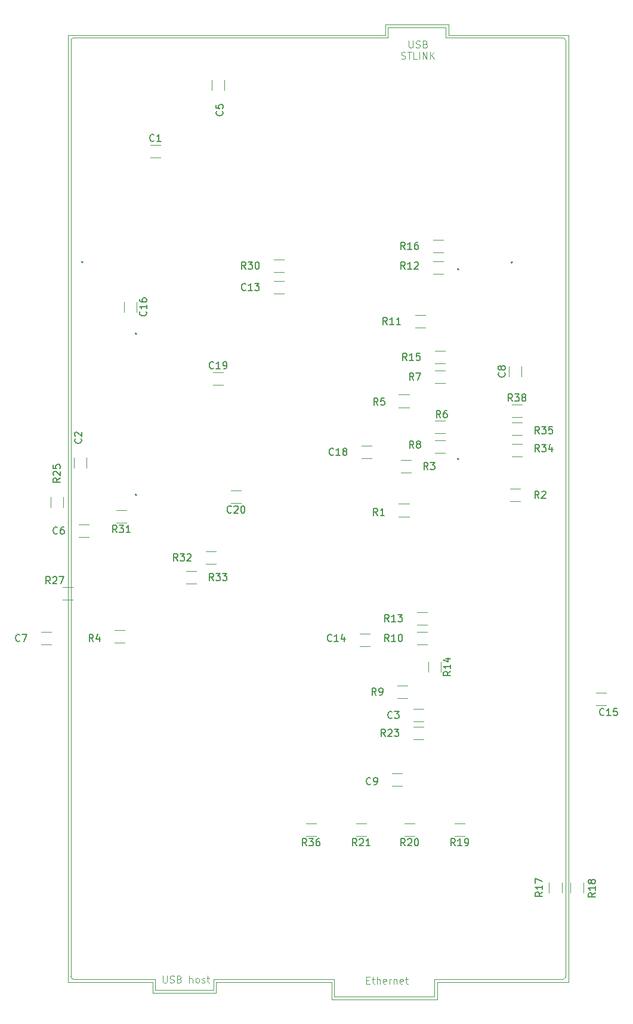
<source format=gbr>
%TF.GenerationSoftware,KiCad,Pcbnew,8.0.7-8.0.7-0~ubuntu22.04.1*%
%TF.CreationDate,2025-01-26T01:31:04+01:00*%
%TF.ProjectId,Electrobot_H755,456c6563-7472-46f6-926f-745f48373535,rev?*%
%TF.SameCoordinates,Original*%
%TF.FileFunction,Legend,Top*%
%TF.FilePolarity,Positive*%
%FSLAX46Y46*%
G04 Gerber Fmt 4.6, Leading zero omitted, Abs format (unit mm)*
G04 Created by KiCad (PCBNEW 8.0.7-8.0.7-0~ubuntu22.04.1) date 2025-01-26 01:31:04*
%MOMM*%
%LPD*%
G01*
G04 APERTURE LIST*
%ADD10C,0.100000*%
%ADD11C,0.150000*%
%ADD12C,0.120000*%
%ADD13C,0.050000*%
%ADD14C,0.200000*%
G04 APERTURE END LIST*
D10*
X120810495Y-37140475D02*
X120810495Y-37949998D01*
X120810495Y-37949998D02*
X120858114Y-38045236D01*
X120858114Y-38045236D02*
X120905733Y-38092856D01*
X120905733Y-38092856D02*
X121000971Y-38140475D01*
X121000971Y-38140475D02*
X121191447Y-38140475D01*
X121191447Y-38140475D02*
X121286685Y-38092856D01*
X121286685Y-38092856D02*
X121334304Y-38045236D01*
X121334304Y-38045236D02*
X121381923Y-37949998D01*
X121381923Y-37949998D02*
X121381923Y-37140475D01*
X121810495Y-38092856D02*
X121953352Y-38140475D01*
X121953352Y-38140475D02*
X122191447Y-38140475D01*
X122191447Y-38140475D02*
X122286685Y-38092856D01*
X122286685Y-38092856D02*
X122334304Y-38045236D01*
X122334304Y-38045236D02*
X122381923Y-37949998D01*
X122381923Y-37949998D02*
X122381923Y-37854760D01*
X122381923Y-37854760D02*
X122334304Y-37759522D01*
X122334304Y-37759522D02*
X122286685Y-37711903D01*
X122286685Y-37711903D02*
X122191447Y-37664284D01*
X122191447Y-37664284D02*
X122000971Y-37616665D01*
X122000971Y-37616665D02*
X121905733Y-37569046D01*
X121905733Y-37569046D02*
X121858114Y-37521427D01*
X121858114Y-37521427D02*
X121810495Y-37426189D01*
X121810495Y-37426189D02*
X121810495Y-37330951D01*
X121810495Y-37330951D02*
X121858114Y-37235713D01*
X121858114Y-37235713D02*
X121905733Y-37188094D01*
X121905733Y-37188094D02*
X122000971Y-37140475D01*
X122000971Y-37140475D02*
X122239066Y-37140475D01*
X122239066Y-37140475D02*
X122381923Y-37188094D01*
X123143828Y-37616665D02*
X123286685Y-37664284D01*
X123286685Y-37664284D02*
X123334304Y-37711903D01*
X123334304Y-37711903D02*
X123381923Y-37807141D01*
X123381923Y-37807141D02*
X123381923Y-37949998D01*
X123381923Y-37949998D02*
X123334304Y-38045236D01*
X123334304Y-38045236D02*
X123286685Y-38092856D01*
X123286685Y-38092856D02*
X123191447Y-38140475D01*
X123191447Y-38140475D02*
X122810495Y-38140475D01*
X122810495Y-38140475D02*
X122810495Y-37140475D01*
X122810495Y-37140475D02*
X123143828Y-37140475D01*
X123143828Y-37140475D02*
X123239066Y-37188094D01*
X123239066Y-37188094D02*
X123286685Y-37235713D01*
X123286685Y-37235713D02*
X123334304Y-37330951D01*
X123334304Y-37330951D02*
X123334304Y-37426189D01*
X123334304Y-37426189D02*
X123286685Y-37521427D01*
X123286685Y-37521427D02*
X123239066Y-37569046D01*
X123239066Y-37569046D02*
X123143828Y-37616665D01*
X123143828Y-37616665D02*
X122810495Y-37616665D01*
X119739067Y-39702800D02*
X119881924Y-39750419D01*
X119881924Y-39750419D02*
X120120019Y-39750419D01*
X120120019Y-39750419D02*
X120215257Y-39702800D01*
X120215257Y-39702800D02*
X120262876Y-39655180D01*
X120262876Y-39655180D02*
X120310495Y-39559942D01*
X120310495Y-39559942D02*
X120310495Y-39464704D01*
X120310495Y-39464704D02*
X120262876Y-39369466D01*
X120262876Y-39369466D02*
X120215257Y-39321847D01*
X120215257Y-39321847D02*
X120120019Y-39274228D01*
X120120019Y-39274228D02*
X119929543Y-39226609D01*
X119929543Y-39226609D02*
X119834305Y-39178990D01*
X119834305Y-39178990D02*
X119786686Y-39131371D01*
X119786686Y-39131371D02*
X119739067Y-39036133D01*
X119739067Y-39036133D02*
X119739067Y-38940895D01*
X119739067Y-38940895D02*
X119786686Y-38845657D01*
X119786686Y-38845657D02*
X119834305Y-38798038D01*
X119834305Y-38798038D02*
X119929543Y-38750419D01*
X119929543Y-38750419D02*
X120167638Y-38750419D01*
X120167638Y-38750419D02*
X120310495Y-38798038D01*
X120596210Y-38750419D02*
X121167638Y-38750419D01*
X120881924Y-39750419D02*
X120881924Y-38750419D01*
X121977162Y-39750419D02*
X121500972Y-39750419D01*
X121500972Y-39750419D02*
X121500972Y-38750419D01*
X122310496Y-39750419D02*
X122310496Y-38750419D01*
X122786686Y-39750419D02*
X122786686Y-38750419D01*
X122786686Y-38750419D02*
X123358114Y-39750419D01*
X123358114Y-39750419D02*
X123358114Y-38750419D01*
X123834305Y-39750419D02*
X123834305Y-38750419D01*
X124405733Y-39750419D02*
X123977162Y-39178990D01*
X124405733Y-38750419D02*
X123834305Y-39321847D01*
X85901884Y-169814419D02*
X85901884Y-170623942D01*
X85901884Y-170623942D02*
X85949503Y-170719180D01*
X85949503Y-170719180D02*
X85997122Y-170766800D01*
X85997122Y-170766800D02*
X86092360Y-170814419D01*
X86092360Y-170814419D02*
X86282836Y-170814419D01*
X86282836Y-170814419D02*
X86378074Y-170766800D01*
X86378074Y-170766800D02*
X86425693Y-170719180D01*
X86425693Y-170719180D02*
X86473312Y-170623942D01*
X86473312Y-170623942D02*
X86473312Y-169814419D01*
X86901884Y-170766800D02*
X87044741Y-170814419D01*
X87044741Y-170814419D02*
X87282836Y-170814419D01*
X87282836Y-170814419D02*
X87378074Y-170766800D01*
X87378074Y-170766800D02*
X87425693Y-170719180D01*
X87425693Y-170719180D02*
X87473312Y-170623942D01*
X87473312Y-170623942D02*
X87473312Y-170528704D01*
X87473312Y-170528704D02*
X87425693Y-170433466D01*
X87425693Y-170433466D02*
X87378074Y-170385847D01*
X87378074Y-170385847D02*
X87282836Y-170338228D01*
X87282836Y-170338228D02*
X87092360Y-170290609D01*
X87092360Y-170290609D02*
X86997122Y-170242990D01*
X86997122Y-170242990D02*
X86949503Y-170195371D01*
X86949503Y-170195371D02*
X86901884Y-170100133D01*
X86901884Y-170100133D02*
X86901884Y-170004895D01*
X86901884Y-170004895D02*
X86949503Y-169909657D01*
X86949503Y-169909657D02*
X86997122Y-169862038D01*
X86997122Y-169862038D02*
X87092360Y-169814419D01*
X87092360Y-169814419D02*
X87330455Y-169814419D01*
X87330455Y-169814419D02*
X87473312Y-169862038D01*
X88235217Y-170290609D02*
X88378074Y-170338228D01*
X88378074Y-170338228D02*
X88425693Y-170385847D01*
X88425693Y-170385847D02*
X88473312Y-170481085D01*
X88473312Y-170481085D02*
X88473312Y-170623942D01*
X88473312Y-170623942D02*
X88425693Y-170719180D01*
X88425693Y-170719180D02*
X88378074Y-170766800D01*
X88378074Y-170766800D02*
X88282836Y-170814419D01*
X88282836Y-170814419D02*
X87901884Y-170814419D01*
X87901884Y-170814419D02*
X87901884Y-169814419D01*
X87901884Y-169814419D02*
X88235217Y-169814419D01*
X88235217Y-169814419D02*
X88330455Y-169862038D01*
X88330455Y-169862038D02*
X88378074Y-169909657D01*
X88378074Y-169909657D02*
X88425693Y-170004895D01*
X88425693Y-170004895D02*
X88425693Y-170100133D01*
X88425693Y-170100133D02*
X88378074Y-170195371D01*
X88378074Y-170195371D02*
X88330455Y-170242990D01*
X88330455Y-170242990D02*
X88235217Y-170290609D01*
X88235217Y-170290609D02*
X87901884Y-170290609D01*
X89663789Y-170814419D02*
X89663789Y-169814419D01*
X90092360Y-170814419D02*
X90092360Y-170290609D01*
X90092360Y-170290609D02*
X90044741Y-170195371D01*
X90044741Y-170195371D02*
X89949503Y-170147752D01*
X89949503Y-170147752D02*
X89806646Y-170147752D01*
X89806646Y-170147752D02*
X89711408Y-170195371D01*
X89711408Y-170195371D02*
X89663789Y-170242990D01*
X90711408Y-170814419D02*
X90616170Y-170766800D01*
X90616170Y-170766800D02*
X90568551Y-170719180D01*
X90568551Y-170719180D02*
X90520932Y-170623942D01*
X90520932Y-170623942D02*
X90520932Y-170338228D01*
X90520932Y-170338228D02*
X90568551Y-170242990D01*
X90568551Y-170242990D02*
X90616170Y-170195371D01*
X90616170Y-170195371D02*
X90711408Y-170147752D01*
X90711408Y-170147752D02*
X90854265Y-170147752D01*
X90854265Y-170147752D02*
X90949503Y-170195371D01*
X90949503Y-170195371D02*
X90997122Y-170242990D01*
X90997122Y-170242990D02*
X91044741Y-170338228D01*
X91044741Y-170338228D02*
X91044741Y-170623942D01*
X91044741Y-170623942D02*
X90997122Y-170719180D01*
X90997122Y-170719180D02*
X90949503Y-170766800D01*
X90949503Y-170766800D02*
X90854265Y-170814419D01*
X90854265Y-170814419D02*
X90711408Y-170814419D01*
X91425694Y-170766800D02*
X91520932Y-170814419D01*
X91520932Y-170814419D02*
X91711408Y-170814419D01*
X91711408Y-170814419D02*
X91806646Y-170766800D01*
X91806646Y-170766800D02*
X91854265Y-170671561D01*
X91854265Y-170671561D02*
X91854265Y-170623942D01*
X91854265Y-170623942D02*
X91806646Y-170528704D01*
X91806646Y-170528704D02*
X91711408Y-170481085D01*
X91711408Y-170481085D02*
X91568551Y-170481085D01*
X91568551Y-170481085D02*
X91473313Y-170433466D01*
X91473313Y-170433466D02*
X91425694Y-170338228D01*
X91425694Y-170338228D02*
X91425694Y-170290609D01*
X91425694Y-170290609D02*
X91473313Y-170195371D01*
X91473313Y-170195371D02*
X91568551Y-170147752D01*
X91568551Y-170147752D02*
X91711408Y-170147752D01*
X91711408Y-170147752D02*
X91806646Y-170195371D01*
X92139980Y-170147752D02*
X92520932Y-170147752D01*
X92282837Y-169814419D02*
X92282837Y-170671561D01*
X92282837Y-170671561D02*
X92330456Y-170766800D01*
X92330456Y-170766800D02*
X92425694Y-170814419D01*
X92425694Y-170814419D02*
X92520932Y-170814419D01*
X114807084Y-170443009D02*
X115140417Y-170443009D01*
X115283274Y-170966819D02*
X114807084Y-170966819D01*
X114807084Y-170966819D02*
X114807084Y-169966819D01*
X114807084Y-169966819D02*
X115283274Y-169966819D01*
X115568989Y-170300152D02*
X115949941Y-170300152D01*
X115711846Y-169966819D02*
X115711846Y-170823961D01*
X115711846Y-170823961D02*
X115759465Y-170919200D01*
X115759465Y-170919200D02*
X115854703Y-170966819D01*
X115854703Y-170966819D02*
X115949941Y-170966819D01*
X116283275Y-170966819D02*
X116283275Y-169966819D01*
X116711846Y-170966819D02*
X116711846Y-170443009D01*
X116711846Y-170443009D02*
X116664227Y-170347771D01*
X116664227Y-170347771D02*
X116568989Y-170300152D01*
X116568989Y-170300152D02*
X116426132Y-170300152D01*
X116426132Y-170300152D02*
X116330894Y-170347771D01*
X116330894Y-170347771D02*
X116283275Y-170395390D01*
X117568989Y-170919200D02*
X117473751Y-170966819D01*
X117473751Y-170966819D02*
X117283275Y-170966819D01*
X117283275Y-170966819D02*
X117188037Y-170919200D01*
X117188037Y-170919200D02*
X117140418Y-170823961D01*
X117140418Y-170823961D02*
X117140418Y-170443009D01*
X117140418Y-170443009D02*
X117188037Y-170347771D01*
X117188037Y-170347771D02*
X117283275Y-170300152D01*
X117283275Y-170300152D02*
X117473751Y-170300152D01*
X117473751Y-170300152D02*
X117568989Y-170347771D01*
X117568989Y-170347771D02*
X117616608Y-170443009D01*
X117616608Y-170443009D02*
X117616608Y-170538247D01*
X117616608Y-170538247D02*
X117140418Y-170633485D01*
X118045180Y-170966819D02*
X118045180Y-170300152D01*
X118045180Y-170490628D02*
X118092799Y-170395390D01*
X118092799Y-170395390D02*
X118140418Y-170347771D01*
X118140418Y-170347771D02*
X118235656Y-170300152D01*
X118235656Y-170300152D02*
X118330894Y-170300152D01*
X118664228Y-170300152D02*
X118664228Y-170966819D01*
X118664228Y-170395390D02*
X118711847Y-170347771D01*
X118711847Y-170347771D02*
X118807085Y-170300152D01*
X118807085Y-170300152D02*
X118949942Y-170300152D01*
X118949942Y-170300152D02*
X119045180Y-170347771D01*
X119045180Y-170347771D02*
X119092799Y-170443009D01*
X119092799Y-170443009D02*
X119092799Y-170966819D01*
X119949942Y-170919200D02*
X119854704Y-170966819D01*
X119854704Y-170966819D02*
X119664228Y-170966819D01*
X119664228Y-170966819D02*
X119568990Y-170919200D01*
X119568990Y-170919200D02*
X119521371Y-170823961D01*
X119521371Y-170823961D02*
X119521371Y-170443009D01*
X119521371Y-170443009D02*
X119568990Y-170347771D01*
X119568990Y-170347771D02*
X119664228Y-170300152D01*
X119664228Y-170300152D02*
X119854704Y-170300152D01*
X119854704Y-170300152D02*
X119949942Y-170347771D01*
X119949942Y-170347771D02*
X119997561Y-170443009D01*
X119997561Y-170443009D02*
X119997561Y-170538247D01*
X119997561Y-170538247D02*
X119521371Y-170633485D01*
X120283276Y-170300152D02*
X120664228Y-170300152D01*
X120426133Y-169966819D02*
X120426133Y-170823961D01*
X120426133Y-170823961D02*
X120473752Y-170919200D01*
X120473752Y-170919200D02*
X120568990Y-170966819D01*
X120568990Y-170966819D02*
X120664228Y-170966819D01*
D11*
X110101142Y-95863580D02*
X110053523Y-95911200D01*
X110053523Y-95911200D02*
X109910666Y-95958819D01*
X109910666Y-95958819D02*
X109815428Y-95958819D01*
X109815428Y-95958819D02*
X109672571Y-95911200D01*
X109672571Y-95911200D02*
X109577333Y-95815961D01*
X109577333Y-95815961D02*
X109529714Y-95720723D01*
X109529714Y-95720723D02*
X109482095Y-95530247D01*
X109482095Y-95530247D02*
X109482095Y-95387390D01*
X109482095Y-95387390D02*
X109529714Y-95196914D01*
X109529714Y-95196914D02*
X109577333Y-95101676D01*
X109577333Y-95101676D02*
X109672571Y-95006438D01*
X109672571Y-95006438D02*
X109815428Y-94958819D01*
X109815428Y-94958819D02*
X109910666Y-94958819D01*
X109910666Y-94958819D02*
X110053523Y-95006438D01*
X110053523Y-95006438D02*
X110101142Y-95054057D01*
X111053523Y-95958819D02*
X110482095Y-95958819D01*
X110767809Y-95958819D02*
X110767809Y-94958819D01*
X110767809Y-94958819D02*
X110672571Y-95101676D01*
X110672571Y-95101676D02*
X110577333Y-95196914D01*
X110577333Y-95196914D02*
X110482095Y-95244533D01*
X111624952Y-95387390D02*
X111529714Y-95339771D01*
X111529714Y-95339771D02*
X111482095Y-95292152D01*
X111482095Y-95292152D02*
X111434476Y-95196914D01*
X111434476Y-95196914D02*
X111434476Y-95149295D01*
X111434476Y-95149295D02*
X111482095Y-95054057D01*
X111482095Y-95054057D02*
X111529714Y-95006438D01*
X111529714Y-95006438D02*
X111624952Y-94958819D01*
X111624952Y-94958819D02*
X111815428Y-94958819D01*
X111815428Y-94958819D02*
X111910666Y-95006438D01*
X111910666Y-95006438D02*
X111958285Y-95054057D01*
X111958285Y-95054057D02*
X112005904Y-95149295D01*
X112005904Y-95149295D02*
X112005904Y-95196914D01*
X112005904Y-95196914D02*
X111958285Y-95292152D01*
X111958285Y-95292152D02*
X111910666Y-95339771D01*
X111910666Y-95339771D02*
X111815428Y-95387390D01*
X111815428Y-95387390D02*
X111624952Y-95387390D01*
X111624952Y-95387390D02*
X111529714Y-95435009D01*
X111529714Y-95435009D02*
X111482095Y-95482628D01*
X111482095Y-95482628D02*
X111434476Y-95577866D01*
X111434476Y-95577866D02*
X111434476Y-95768342D01*
X111434476Y-95768342D02*
X111482095Y-95863580D01*
X111482095Y-95863580D02*
X111529714Y-95911200D01*
X111529714Y-95911200D02*
X111624952Y-95958819D01*
X111624952Y-95958819D02*
X111815428Y-95958819D01*
X111815428Y-95958819D02*
X111910666Y-95911200D01*
X111910666Y-95911200D02*
X111958285Y-95863580D01*
X111958285Y-95863580D02*
X112005904Y-95768342D01*
X112005904Y-95768342D02*
X112005904Y-95577866D01*
X112005904Y-95577866D02*
X111958285Y-95482628D01*
X111958285Y-95482628D02*
X111910666Y-95435009D01*
X111910666Y-95435009D02*
X111815428Y-95387390D01*
X139311142Y-95450819D02*
X138977809Y-94974628D01*
X138739714Y-95450819D02*
X138739714Y-94450819D01*
X138739714Y-94450819D02*
X139120666Y-94450819D01*
X139120666Y-94450819D02*
X139215904Y-94498438D01*
X139215904Y-94498438D02*
X139263523Y-94546057D01*
X139263523Y-94546057D02*
X139311142Y-94641295D01*
X139311142Y-94641295D02*
X139311142Y-94784152D01*
X139311142Y-94784152D02*
X139263523Y-94879390D01*
X139263523Y-94879390D02*
X139215904Y-94927009D01*
X139215904Y-94927009D02*
X139120666Y-94974628D01*
X139120666Y-94974628D02*
X138739714Y-94974628D01*
X139644476Y-94450819D02*
X140263523Y-94450819D01*
X140263523Y-94450819D02*
X139930190Y-94831771D01*
X139930190Y-94831771D02*
X140073047Y-94831771D01*
X140073047Y-94831771D02*
X140168285Y-94879390D01*
X140168285Y-94879390D02*
X140215904Y-94927009D01*
X140215904Y-94927009D02*
X140263523Y-95022247D01*
X140263523Y-95022247D02*
X140263523Y-95260342D01*
X140263523Y-95260342D02*
X140215904Y-95355580D01*
X140215904Y-95355580D02*
X140168285Y-95403200D01*
X140168285Y-95403200D02*
X140073047Y-95450819D01*
X140073047Y-95450819D02*
X139787333Y-95450819D01*
X139787333Y-95450819D02*
X139692095Y-95403200D01*
X139692095Y-95403200D02*
X139644476Y-95355580D01*
X141120666Y-94784152D02*
X141120666Y-95450819D01*
X140882571Y-94403200D02*
X140644476Y-95117485D01*
X140644476Y-95117485D02*
X141263523Y-95117485D01*
X118451333Y-133201580D02*
X118403714Y-133249200D01*
X118403714Y-133249200D02*
X118260857Y-133296819D01*
X118260857Y-133296819D02*
X118165619Y-133296819D01*
X118165619Y-133296819D02*
X118022762Y-133249200D01*
X118022762Y-133249200D02*
X117927524Y-133153961D01*
X117927524Y-133153961D02*
X117879905Y-133058723D01*
X117879905Y-133058723D02*
X117832286Y-132868247D01*
X117832286Y-132868247D02*
X117832286Y-132725390D01*
X117832286Y-132725390D02*
X117879905Y-132534914D01*
X117879905Y-132534914D02*
X117927524Y-132439676D01*
X117927524Y-132439676D02*
X118022762Y-132344438D01*
X118022762Y-132344438D02*
X118165619Y-132296819D01*
X118165619Y-132296819D02*
X118260857Y-132296819D01*
X118260857Y-132296819D02*
X118403714Y-132344438D01*
X118403714Y-132344438D02*
X118451333Y-132392057D01*
X118784667Y-132296819D02*
X119403714Y-132296819D01*
X119403714Y-132296819D02*
X119070381Y-132677771D01*
X119070381Y-132677771D02*
X119213238Y-132677771D01*
X119213238Y-132677771D02*
X119308476Y-132725390D01*
X119308476Y-132725390D02*
X119356095Y-132773009D01*
X119356095Y-132773009D02*
X119403714Y-132868247D01*
X119403714Y-132868247D02*
X119403714Y-133106342D01*
X119403714Y-133106342D02*
X119356095Y-133201580D01*
X119356095Y-133201580D02*
X119308476Y-133249200D01*
X119308476Y-133249200D02*
X119213238Y-133296819D01*
X119213238Y-133296819D02*
X118927524Y-133296819D01*
X118927524Y-133296819D02*
X118832286Y-133249200D01*
X118832286Y-133249200D02*
X118784667Y-133201580D01*
X84669333Y-51341580D02*
X84621714Y-51389200D01*
X84621714Y-51389200D02*
X84478857Y-51436819D01*
X84478857Y-51436819D02*
X84383619Y-51436819D01*
X84383619Y-51436819D02*
X84240762Y-51389200D01*
X84240762Y-51389200D02*
X84145524Y-51293961D01*
X84145524Y-51293961D02*
X84097905Y-51198723D01*
X84097905Y-51198723D02*
X84050286Y-51008247D01*
X84050286Y-51008247D02*
X84050286Y-50865390D01*
X84050286Y-50865390D02*
X84097905Y-50674914D01*
X84097905Y-50674914D02*
X84145524Y-50579676D01*
X84145524Y-50579676D02*
X84240762Y-50484438D01*
X84240762Y-50484438D02*
X84383619Y-50436819D01*
X84383619Y-50436819D02*
X84478857Y-50436819D01*
X84478857Y-50436819D02*
X84621714Y-50484438D01*
X84621714Y-50484438D02*
X84669333Y-50532057D01*
X85621714Y-51436819D02*
X85050286Y-51436819D01*
X85336000Y-51436819D02*
X85336000Y-50436819D01*
X85336000Y-50436819D02*
X85240762Y-50579676D01*
X85240762Y-50579676D02*
X85145524Y-50674914D01*
X85145524Y-50674914D02*
X85050286Y-50722533D01*
X120515142Y-82496819D02*
X120181809Y-82020628D01*
X119943714Y-82496819D02*
X119943714Y-81496819D01*
X119943714Y-81496819D02*
X120324666Y-81496819D01*
X120324666Y-81496819D02*
X120419904Y-81544438D01*
X120419904Y-81544438D02*
X120467523Y-81592057D01*
X120467523Y-81592057D02*
X120515142Y-81687295D01*
X120515142Y-81687295D02*
X120515142Y-81830152D01*
X120515142Y-81830152D02*
X120467523Y-81925390D01*
X120467523Y-81925390D02*
X120419904Y-81973009D01*
X120419904Y-81973009D02*
X120324666Y-82020628D01*
X120324666Y-82020628D02*
X119943714Y-82020628D01*
X121467523Y-82496819D02*
X120896095Y-82496819D01*
X121181809Y-82496819D02*
X121181809Y-81496819D01*
X121181809Y-81496819D02*
X121086571Y-81639676D01*
X121086571Y-81639676D02*
X120991333Y-81734914D01*
X120991333Y-81734914D02*
X120896095Y-81782533D01*
X122372285Y-81496819D02*
X121896095Y-81496819D01*
X121896095Y-81496819D02*
X121848476Y-81973009D01*
X121848476Y-81973009D02*
X121896095Y-81925390D01*
X121896095Y-81925390D02*
X121991333Y-81877771D01*
X121991333Y-81877771D02*
X122229428Y-81877771D01*
X122229428Y-81877771D02*
X122324666Y-81925390D01*
X122324666Y-81925390D02*
X122372285Y-81973009D01*
X122372285Y-81973009D02*
X122419904Y-82068247D01*
X122419904Y-82068247D02*
X122419904Y-82306342D01*
X122419904Y-82306342D02*
X122372285Y-82401580D01*
X122372285Y-82401580D02*
X122324666Y-82449200D01*
X122324666Y-82449200D02*
X122229428Y-82496819D01*
X122229428Y-82496819D02*
X121991333Y-82496819D01*
X121991333Y-82496819D02*
X121896095Y-82449200D01*
X121896095Y-82449200D02*
X121848476Y-82401580D01*
X123531333Y-97990819D02*
X123198000Y-97514628D01*
X122959905Y-97990819D02*
X122959905Y-96990819D01*
X122959905Y-96990819D02*
X123340857Y-96990819D01*
X123340857Y-96990819D02*
X123436095Y-97038438D01*
X123436095Y-97038438D02*
X123483714Y-97086057D01*
X123483714Y-97086057D02*
X123531333Y-97181295D01*
X123531333Y-97181295D02*
X123531333Y-97324152D01*
X123531333Y-97324152D02*
X123483714Y-97419390D01*
X123483714Y-97419390D02*
X123436095Y-97467009D01*
X123436095Y-97467009D02*
X123340857Y-97514628D01*
X123340857Y-97514628D02*
X122959905Y-97514628D01*
X123864667Y-96990819D02*
X124483714Y-96990819D01*
X124483714Y-96990819D02*
X124150381Y-97371771D01*
X124150381Y-97371771D02*
X124293238Y-97371771D01*
X124293238Y-97371771D02*
X124388476Y-97419390D01*
X124388476Y-97419390D02*
X124436095Y-97467009D01*
X124436095Y-97467009D02*
X124483714Y-97562247D01*
X124483714Y-97562247D02*
X124483714Y-97800342D01*
X124483714Y-97800342D02*
X124436095Y-97895580D01*
X124436095Y-97895580D02*
X124388476Y-97943200D01*
X124388476Y-97943200D02*
X124293238Y-97990819D01*
X124293238Y-97990819D02*
X124007524Y-97990819D01*
X124007524Y-97990819D02*
X123912286Y-97943200D01*
X123912286Y-97943200D02*
X123864667Y-97895580D01*
X135501142Y-88296819D02*
X135167809Y-87820628D01*
X134929714Y-88296819D02*
X134929714Y-87296819D01*
X134929714Y-87296819D02*
X135310666Y-87296819D01*
X135310666Y-87296819D02*
X135405904Y-87344438D01*
X135405904Y-87344438D02*
X135453523Y-87392057D01*
X135453523Y-87392057D02*
X135501142Y-87487295D01*
X135501142Y-87487295D02*
X135501142Y-87630152D01*
X135501142Y-87630152D02*
X135453523Y-87725390D01*
X135453523Y-87725390D02*
X135405904Y-87773009D01*
X135405904Y-87773009D02*
X135310666Y-87820628D01*
X135310666Y-87820628D02*
X134929714Y-87820628D01*
X135834476Y-87296819D02*
X136453523Y-87296819D01*
X136453523Y-87296819D02*
X136120190Y-87677771D01*
X136120190Y-87677771D02*
X136263047Y-87677771D01*
X136263047Y-87677771D02*
X136358285Y-87725390D01*
X136358285Y-87725390D02*
X136405904Y-87773009D01*
X136405904Y-87773009D02*
X136453523Y-87868247D01*
X136453523Y-87868247D02*
X136453523Y-88106342D01*
X136453523Y-88106342D02*
X136405904Y-88201580D01*
X136405904Y-88201580D02*
X136358285Y-88249200D01*
X136358285Y-88249200D02*
X136263047Y-88296819D01*
X136263047Y-88296819D02*
X135977333Y-88296819D01*
X135977333Y-88296819D02*
X135882095Y-88249200D01*
X135882095Y-88249200D02*
X135834476Y-88201580D01*
X137024952Y-87725390D02*
X136929714Y-87677771D01*
X136929714Y-87677771D02*
X136882095Y-87630152D01*
X136882095Y-87630152D02*
X136834476Y-87534914D01*
X136834476Y-87534914D02*
X136834476Y-87487295D01*
X136834476Y-87487295D02*
X136882095Y-87392057D01*
X136882095Y-87392057D02*
X136929714Y-87344438D01*
X136929714Y-87344438D02*
X137024952Y-87296819D01*
X137024952Y-87296819D02*
X137215428Y-87296819D01*
X137215428Y-87296819D02*
X137310666Y-87344438D01*
X137310666Y-87344438D02*
X137358285Y-87392057D01*
X137358285Y-87392057D02*
X137405904Y-87487295D01*
X137405904Y-87487295D02*
X137405904Y-87534914D01*
X137405904Y-87534914D02*
X137358285Y-87630152D01*
X137358285Y-87630152D02*
X137310666Y-87677771D01*
X137310666Y-87677771D02*
X137215428Y-87725390D01*
X137215428Y-87725390D02*
X137024952Y-87725390D01*
X137024952Y-87725390D02*
X136929714Y-87773009D01*
X136929714Y-87773009D02*
X136882095Y-87820628D01*
X136882095Y-87820628D02*
X136834476Y-87915866D01*
X136834476Y-87915866D02*
X136834476Y-88106342D01*
X136834476Y-88106342D02*
X136882095Y-88201580D01*
X136882095Y-88201580D02*
X136929714Y-88249200D01*
X136929714Y-88249200D02*
X137024952Y-88296819D01*
X137024952Y-88296819D02*
X137215428Y-88296819D01*
X137215428Y-88296819D02*
X137310666Y-88249200D01*
X137310666Y-88249200D02*
X137358285Y-88201580D01*
X137358285Y-88201580D02*
X137405904Y-88106342D01*
X137405904Y-88106342D02*
X137405904Y-87915866D01*
X137405904Y-87915866D02*
X137358285Y-87820628D01*
X137358285Y-87820628D02*
X137310666Y-87773009D01*
X137310666Y-87773009D02*
X137215428Y-87725390D01*
X97655142Y-72495580D02*
X97607523Y-72543200D01*
X97607523Y-72543200D02*
X97464666Y-72590819D01*
X97464666Y-72590819D02*
X97369428Y-72590819D01*
X97369428Y-72590819D02*
X97226571Y-72543200D01*
X97226571Y-72543200D02*
X97131333Y-72447961D01*
X97131333Y-72447961D02*
X97083714Y-72352723D01*
X97083714Y-72352723D02*
X97036095Y-72162247D01*
X97036095Y-72162247D02*
X97036095Y-72019390D01*
X97036095Y-72019390D02*
X97083714Y-71828914D01*
X97083714Y-71828914D02*
X97131333Y-71733676D01*
X97131333Y-71733676D02*
X97226571Y-71638438D01*
X97226571Y-71638438D02*
X97369428Y-71590819D01*
X97369428Y-71590819D02*
X97464666Y-71590819D01*
X97464666Y-71590819D02*
X97607523Y-71638438D01*
X97607523Y-71638438D02*
X97655142Y-71686057D01*
X98607523Y-72590819D02*
X98036095Y-72590819D01*
X98321809Y-72590819D02*
X98321809Y-71590819D01*
X98321809Y-71590819D02*
X98226571Y-71733676D01*
X98226571Y-71733676D02*
X98131333Y-71828914D01*
X98131333Y-71828914D02*
X98036095Y-71876533D01*
X98940857Y-71590819D02*
X99559904Y-71590819D01*
X99559904Y-71590819D02*
X99226571Y-71971771D01*
X99226571Y-71971771D02*
X99369428Y-71971771D01*
X99369428Y-71971771D02*
X99464666Y-72019390D01*
X99464666Y-72019390D02*
X99512285Y-72067009D01*
X99512285Y-72067009D02*
X99559904Y-72162247D01*
X99559904Y-72162247D02*
X99559904Y-72400342D01*
X99559904Y-72400342D02*
X99512285Y-72495580D01*
X99512285Y-72495580D02*
X99464666Y-72543200D01*
X99464666Y-72543200D02*
X99369428Y-72590819D01*
X99369428Y-72590819D02*
X99083714Y-72590819D01*
X99083714Y-72590819D02*
X98988476Y-72543200D01*
X98988476Y-72543200D02*
X98940857Y-72495580D01*
X134399580Y-84240666D02*
X134447200Y-84288285D01*
X134447200Y-84288285D02*
X134494819Y-84431142D01*
X134494819Y-84431142D02*
X134494819Y-84526380D01*
X134494819Y-84526380D02*
X134447200Y-84669237D01*
X134447200Y-84669237D02*
X134351961Y-84764475D01*
X134351961Y-84764475D02*
X134256723Y-84812094D01*
X134256723Y-84812094D02*
X134066247Y-84859713D01*
X134066247Y-84859713D02*
X133923390Y-84859713D01*
X133923390Y-84859713D02*
X133732914Y-84812094D01*
X133732914Y-84812094D02*
X133637676Y-84764475D01*
X133637676Y-84764475D02*
X133542438Y-84669237D01*
X133542438Y-84669237D02*
X133494819Y-84526380D01*
X133494819Y-84526380D02*
X133494819Y-84431142D01*
X133494819Y-84431142D02*
X133542438Y-84288285D01*
X133542438Y-84288285D02*
X133590057Y-84240666D01*
X133923390Y-83669237D02*
X133875771Y-83764475D01*
X133875771Y-83764475D02*
X133828152Y-83812094D01*
X133828152Y-83812094D02*
X133732914Y-83859713D01*
X133732914Y-83859713D02*
X133685295Y-83859713D01*
X133685295Y-83859713D02*
X133590057Y-83812094D01*
X133590057Y-83812094D02*
X133542438Y-83764475D01*
X133542438Y-83764475D02*
X133494819Y-83669237D01*
X133494819Y-83669237D02*
X133494819Y-83478761D01*
X133494819Y-83478761D02*
X133542438Y-83383523D01*
X133542438Y-83383523D02*
X133590057Y-83335904D01*
X133590057Y-83335904D02*
X133685295Y-83288285D01*
X133685295Y-83288285D02*
X133732914Y-83288285D01*
X133732914Y-83288285D02*
X133828152Y-83335904D01*
X133828152Y-83335904D02*
X133875771Y-83383523D01*
X133875771Y-83383523D02*
X133923390Y-83478761D01*
X133923390Y-83478761D02*
X133923390Y-83669237D01*
X133923390Y-83669237D02*
X133971009Y-83764475D01*
X133971009Y-83764475D02*
X134018628Y-83812094D01*
X134018628Y-83812094D02*
X134113866Y-83859713D01*
X134113866Y-83859713D02*
X134304342Y-83859713D01*
X134304342Y-83859713D02*
X134399580Y-83812094D01*
X134399580Y-83812094D02*
X134447200Y-83764475D01*
X134447200Y-83764475D02*
X134494819Y-83669237D01*
X134494819Y-83669237D02*
X134494819Y-83478761D01*
X134494819Y-83478761D02*
X134447200Y-83383523D01*
X134447200Y-83383523D02*
X134399580Y-83335904D01*
X134399580Y-83335904D02*
X134304342Y-83288285D01*
X134304342Y-83288285D02*
X134113866Y-83288285D01*
X134113866Y-83288285D02*
X134018628Y-83335904D01*
X134018628Y-83335904D02*
X133971009Y-83383523D01*
X133971009Y-83383523D02*
X133923390Y-83478761D01*
X79367142Y-106922819D02*
X79033809Y-106446628D01*
X78795714Y-106922819D02*
X78795714Y-105922819D01*
X78795714Y-105922819D02*
X79176666Y-105922819D01*
X79176666Y-105922819D02*
X79271904Y-105970438D01*
X79271904Y-105970438D02*
X79319523Y-106018057D01*
X79319523Y-106018057D02*
X79367142Y-106113295D01*
X79367142Y-106113295D02*
X79367142Y-106256152D01*
X79367142Y-106256152D02*
X79319523Y-106351390D01*
X79319523Y-106351390D02*
X79271904Y-106399009D01*
X79271904Y-106399009D02*
X79176666Y-106446628D01*
X79176666Y-106446628D02*
X78795714Y-106446628D01*
X79700476Y-105922819D02*
X80319523Y-105922819D01*
X80319523Y-105922819D02*
X79986190Y-106303771D01*
X79986190Y-106303771D02*
X80129047Y-106303771D01*
X80129047Y-106303771D02*
X80224285Y-106351390D01*
X80224285Y-106351390D02*
X80271904Y-106399009D01*
X80271904Y-106399009D02*
X80319523Y-106494247D01*
X80319523Y-106494247D02*
X80319523Y-106732342D01*
X80319523Y-106732342D02*
X80271904Y-106827580D01*
X80271904Y-106827580D02*
X80224285Y-106875200D01*
X80224285Y-106875200D02*
X80129047Y-106922819D01*
X80129047Y-106922819D02*
X79843333Y-106922819D01*
X79843333Y-106922819D02*
X79748095Y-106875200D01*
X79748095Y-106875200D02*
X79700476Y-106827580D01*
X81271904Y-106922819D02*
X80700476Y-106922819D01*
X80986190Y-106922819D02*
X80986190Y-105922819D01*
X80986190Y-105922819D02*
X80890952Y-106065676D01*
X80890952Y-106065676D02*
X80795714Y-106160914D01*
X80795714Y-106160914D02*
X80700476Y-106208533D01*
X116419333Y-88846819D02*
X116086000Y-88370628D01*
X115847905Y-88846819D02*
X115847905Y-87846819D01*
X115847905Y-87846819D02*
X116228857Y-87846819D01*
X116228857Y-87846819D02*
X116324095Y-87894438D01*
X116324095Y-87894438D02*
X116371714Y-87942057D01*
X116371714Y-87942057D02*
X116419333Y-88037295D01*
X116419333Y-88037295D02*
X116419333Y-88180152D01*
X116419333Y-88180152D02*
X116371714Y-88275390D01*
X116371714Y-88275390D02*
X116324095Y-88323009D01*
X116324095Y-88323009D02*
X116228857Y-88370628D01*
X116228857Y-88370628D02*
X115847905Y-88370628D01*
X117324095Y-87846819D02*
X116847905Y-87846819D01*
X116847905Y-87846819D02*
X116800286Y-88323009D01*
X116800286Y-88323009D02*
X116847905Y-88275390D01*
X116847905Y-88275390D02*
X116943143Y-88227771D01*
X116943143Y-88227771D02*
X117181238Y-88227771D01*
X117181238Y-88227771D02*
X117276476Y-88275390D01*
X117276476Y-88275390D02*
X117324095Y-88323009D01*
X117324095Y-88323009D02*
X117371714Y-88418247D01*
X117371714Y-88418247D02*
X117371714Y-88656342D01*
X117371714Y-88656342D02*
X117324095Y-88751580D01*
X117324095Y-88751580D02*
X117276476Y-88799200D01*
X117276476Y-88799200D02*
X117181238Y-88846819D01*
X117181238Y-88846819D02*
X116943143Y-88846819D01*
X116943143Y-88846819D02*
X116847905Y-88799200D01*
X116847905Y-88799200D02*
X116800286Y-88751580D01*
X121499333Y-85290819D02*
X121166000Y-84814628D01*
X120927905Y-85290819D02*
X120927905Y-84290819D01*
X120927905Y-84290819D02*
X121308857Y-84290819D01*
X121308857Y-84290819D02*
X121404095Y-84338438D01*
X121404095Y-84338438D02*
X121451714Y-84386057D01*
X121451714Y-84386057D02*
X121499333Y-84481295D01*
X121499333Y-84481295D02*
X121499333Y-84624152D01*
X121499333Y-84624152D02*
X121451714Y-84719390D01*
X121451714Y-84719390D02*
X121404095Y-84767009D01*
X121404095Y-84767009D02*
X121308857Y-84814628D01*
X121308857Y-84814628D02*
X120927905Y-84814628D01*
X121832667Y-84290819D02*
X122499333Y-84290819D01*
X122499333Y-84290819D02*
X122070762Y-85290819D01*
X139279333Y-102054819D02*
X138946000Y-101578628D01*
X138707905Y-102054819D02*
X138707905Y-101054819D01*
X138707905Y-101054819D02*
X139088857Y-101054819D01*
X139088857Y-101054819D02*
X139184095Y-101102438D01*
X139184095Y-101102438D02*
X139231714Y-101150057D01*
X139231714Y-101150057D02*
X139279333Y-101245295D01*
X139279333Y-101245295D02*
X139279333Y-101388152D01*
X139279333Y-101388152D02*
X139231714Y-101483390D01*
X139231714Y-101483390D02*
X139184095Y-101531009D01*
X139184095Y-101531009D02*
X139088857Y-101578628D01*
X139088857Y-101578628D02*
X138707905Y-101578628D01*
X139660286Y-101150057D02*
X139707905Y-101102438D01*
X139707905Y-101102438D02*
X139803143Y-101054819D01*
X139803143Y-101054819D02*
X140041238Y-101054819D01*
X140041238Y-101054819D02*
X140136476Y-101102438D01*
X140136476Y-101102438D02*
X140184095Y-101150057D01*
X140184095Y-101150057D02*
X140231714Y-101245295D01*
X140231714Y-101245295D02*
X140231714Y-101340533D01*
X140231714Y-101340533D02*
X140184095Y-101483390D01*
X140184095Y-101483390D02*
X139612667Y-102054819D01*
X139612667Y-102054819D02*
X140231714Y-102054819D01*
X117975142Y-119580819D02*
X117641809Y-119104628D01*
X117403714Y-119580819D02*
X117403714Y-118580819D01*
X117403714Y-118580819D02*
X117784666Y-118580819D01*
X117784666Y-118580819D02*
X117879904Y-118628438D01*
X117879904Y-118628438D02*
X117927523Y-118676057D01*
X117927523Y-118676057D02*
X117975142Y-118771295D01*
X117975142Y-118771295D02*
X117975142Y-118914152D01*
X117975142Y-118914152D02*
X117927523Y-119009390D01*
X117927523Y-119009390D02*
X117879904Y-119057009D01*
X117879904Y-119057009D02*
X117784666Y-119104628D01*
X117784666Y-119104628D02*
X117403714Y-119104628D01*
X118927523Y-119580819D02*
X118356095Y-119580819D01*
X118641809Y-119580819D02*
X118641809Y-118580819D01*
X118641809Y-118580819D02*
X118546571Y-118723676D01*
X118546571Y-118723676D02*
X118451333Y-118818914D01*
X118451333Y-118818914D02*
X118356095Y-118866533D01*
X119260857Y-118580819D02*
X119879904Y-118580819D01*
X119879904Y-118580819D02*
X119546571Y-118961771D01*
X119546571Y-118961771D02*
X119689428Y-118961771D01*
X119689428Y-118961771D02*
X119784666Y-119009390D01*
X119784666Y-119009390D02*
X119832285Y-119057009D01*
X119832285Y-119057009D02*
X119879904Y-119152247D01*
X119879904Y-119152247D02*
X119879904Y-119390342D01*
X119879904Y-119390342D02*
X119832285Y-119485580D01*
X119832285Y-119485580D02*
X119784666Y-119533200D01*
X119784666Y-119533200D02*
X119689428Y-119580819D01*
X119689428Y-119580819D02*
X119403714Y-119580819D01*
X119403714Y-119580819D02*
X119308476Y-119533200D01*
X119308476Y-119533200D02*
X119260857Y-119485580D01*
X120261142Y-66748819D02*
X119927809Y-66272628D01*
X119689714Y-66748819D02*
X119689714Y-65748819D01*
X119689714Y-65748819D02*
X120070666Y-65748819D01*
X120070666Y-65748819D02*
X120165904Y-65796438D01*
X120165904Y-65796438D02*
X120213523Y-65844057D01*
X120213523Y-65844057D02*
X120261142Y-65939295D01*
X120261142Y-65939295D02*
X120261142Y-66082152D01*
X120261142Y-66082152D02*
X120213523Y-66177390D01*
X120213523Y-66177390D02*
X120165904Y-66225009D01*
X120165904Y-66225009D02*
X120070666Y-66272628D01*
X120070666Y-66272628D02*
X119689714Y-66272628D01*
X121213523Y-66748819D02*
X120642095Y-66748819D01*
X120927809Y-66748819D02*
X120927809Y-65748819D01*
X120927809Y-65748819D02*
X120832571Y-65891676D01*
X120832571Y-65891676D02*
X120737333Y-65986914D01*
X120737333Y-65986914D02*
X120642095Y-66034533D01*
X122070666Y-65748819D02*
X121880190Y-65748819D01*
X121880190Y-65748819D02*
X121784952Y-65796438D01*
X121784952Y-65796438D02*
X121737333Y-65844057D01*
X121737333Y-65844057D02*
X121642095Y-65986914D01*
X121642095Y-65986914D02*
X121594476Y-66177390D01*
X121594476Y-66177390D02*
X121594476Y-66558342D01*
X121594476Y-66558342D02*
X121642095Y-66653580D01*
X121642095Y-66653580D02*
X121689714Y-66701200D01*
X121689714Y-66701200D02*
X121784952Y-66748819D01*
X121784952Y-66748819D02*
X121975428Y-66748819D01*
X121975428Y-66748819D02*
X122070666Y-66701200D01*
X122070666Y-66701200D02*
X122118285Y-66653580D01*
X122118285Y-66653580D02*
X122165904Y-66558342D01*
X122165904Y-66558342D02*
X122165904Y-66320247D01*
X122165904Y-66320247D02*
X122118285Y-66225009D01*
X122118285Y-66225009D02*
X122070666Y-66177390D01*
X122070666Y-66177390D02*
X121975428Y-66129771D01*
X121975428Y-66129771D02*
X121784952Y-66129771D01*
X121784952Y-66129771D02*
X121689714Y-66177390D01*
X121689714Y-66177390D02*
X121642095Y-66225009D01*
X121642095Y-66225009D02*
X121594476Y-66320247D01*
X95623142Y-104063580D02*
X95575523Y-104111200D01*
X95575523Y-104111200D02*
X95432666Y-104158819D01*
X95432666Y-104158819D02*
X95337428Y-104158819D01*
X95337428Y-104158819D02*
X95194571Y-104111200D01*
X95194571Y-104111200D02*
X95099333Y-104015961D01*
X95099333Y-104015961D02*
X95051714Y-103920723D01*
X95051714Y-103920723D02*
X95004095Y-103730247D01*
X95004095Y-103730247D02*
X95004095Y-103587390D01*
X95004095Y-103587390D02*
X95051714Y-103396914D01*
X95051714Y-103396914D02*
X95099333Y-103301676D01*
X95099333Y-103301676D02*
X95194571Y-103206438D01*
X95194571Y-103206438D02*
X95337428Y-103158819D01*
X95337428Y-103158819D02*
X95432666Y-103158819D01*
X95432666Y-103158819D02*
X95575523Y-103206438D01*
X95575523Y-103206438D02*
X95623142Y-103254057D01*
X96004095Y-103254057D02*
X96051714Y-103206438D01*
X96051714Y-103206438D02*
X96146952Y-103158819D01*
X96146952Y-103158819D02*
X96385047Y-103158819D01*
X96385047Y-103158819D02*
X96480285Y-103206438D01*
X96480285Y-103206438D02*
X96527904Y-103254057D01*
X96527904Y-103254057D02*
X96575523Y-103349295D01*
X96575523Y-103349295D02*
X96575523Y-103444533D01*
X96575523Y-103444533D02*
X96527904Y-103587390D01*
X96527904Y-103587390D02*
X95956476Y-104158819D01*
X95956476Y-104158819D02*
X96575523Y-104158819D01*
X97194571Y-103158819D02*
X97289809Y-103158819D01*
X97289809Y-103158819D02*
X97385047Y-103206438D01*
X97385047Y-103206438D02*
X97432666Y-103254057D01*
X97432666Y-103254057D02*
X97480285Y-103349295D01*
X97480285Y-103349295D02*
X97527904Y-103539771D01*
X97527904Y-103539771D02*
X97527904Y-103777866D01*
X97527904Y-103777866D02*
X97480285Y-103968342D01*
X97480285Y-103968342D02*
X97432666Y-104063580D01*
X97432666Y-104063580D02*
X97385047Y-104111200D01*
X97385047Y-104111200D02*
X97289809Y-104158819D01*
X97289809Y-104158819D02*
X97194571Y-104158819D01*
X97194571Y-104158819D02*
X97099333Y-104111200D01*
X97099333Y-104111200D02*
X97051714Y-104063580D01*
X97051714Y-104063580D02*
X97004095Y-103968342D01*
X97004095Y-103968342D02*
X96956476Y-103777866D01*
X96956476Y-103777866D02*
X96956476Y-103539771D01*
X96956476Y-103539771D02*
X97004095Y-103349295D01*
X97004095Y-103349295D02*
X97051714Y-103254057D01*
X97051714Y-103254057D02*
X97099333Y-103206438D01*
X97099333Y-103206438D02*
X97194571Y-103158819D01*
X113403142Y-151372819D02*
X113069809Y-150896628D01*
X112831714Y-151372819D02*
X112831714Y-150372819D01*
X112831714Y-150372819D02*
X113212666Y-150372819D01*
X113212666Y-150372819D02*
X113307904Y-150420438D01*
X113307904Y-150420438D02*
X113355523Y-150468057D01*
X113355523Y-150468057D02*
X113403142Y-150563295D01*
X113403142Y-150563295D02*
X113403142Y-150706152D01*
X113403142Y-150706152D02*
X113355523Y-150801390D01*
X113355523Y-150801390D02*
X113307904Y-150849009D01*
X113307904Y-150849009D02*
X113212666Y-150896628D01*
X113212666Y-150896628D02*
X112831714Y-150896628D01*
X113784095Y-150468057D02*
X113831714Y-150420438D01*
X113831714Y-150420438D02*
X113926952Y-150372819D01*
X113926952Y-150372819D02*
X114165047Y-150372819D01*
X114165047Y-150372819D02*
X114260285Y-150420438D01*
X114260285Y-150420438D02*
X114307904Y-150468057D01*
X114307904Y-150468057D02*
X114355523Y-150563295D01*
X114355523Y-150563295D02*
X114355523Y-150658533D01*
X114355523Y-150658533D02*
X114307904Y-150801390D01*
X114307904Y-150801390D02*
X113736476Y-151372819D01*
X113736476Y-151372819D02*
X114355523Y-151372819D01*
X115307904Y-151372819D02*
X114736476Y-151372819D01*
X115022190Y-151372819D02*
X115022190Y-150372819D01*
X115022190Y-150372819D02*
X114926952Y-150515676D01*
X114926952Y-150515676D02*
X114831714Y-150610914D01*
X114831714Y-150610914D02*
X114736476Y-150658533D01*
X127373142Y-151372819D02*
X127039809Y-150896628D01*
X126801714Y-151372819D02*
X126801714Y-150372819D01*
X126801714Y-150372819D02*
X127182666Y-150372819D01*
X127182666Y-150372819D02*
X127277904Y-150420438D01*
X127277904Y-150420438D02*
X127325523Y-150468057D01*
X127325523Y-150468057D02*
X127373142Y-150563295D01*
X127373142Y-150563295D02*
X127373142Y-150706152D01*
X127373142Y-150706152D02*
X127325523Y-150801390D01*
X127325523Y-150801390D02*
X127277904Y-150849009D01*
X127277904Y-150849009D02*
X127182666Y-150896628D01*
X127182666Y-150896628D02*
X126801714Y-150896628D01*
X128325523Y-151372819D02*
X127754095Y-151372819D01*
X128039809Y-151372819D02*
X128039809Y-150372819D01*
X128039809Y-150372819D02*
X127944571Y-150515676D01*
X127944571Y-150515676D02*
X127849333Y-150610914D01*
X127849333Y-150610914D02*
X127754095Y-150658533D01*
X128801714Y-151372819D02*
X128992190Y-151372819D01*
X128992190Y-151372819D02*
X129087428Y-151325200D01*
X129087428Y-151325200D02*
X129135047Y-151277580D01*
X129135047Y-151277580D02*
X129230285Y-151134723D01*
X129230285Y-151134723D02*
X129277904Y-150944247D01*
X129277904Y-150944247D02*
X129277904Y-150563295D01*
X129277904Y-150563295D02*
X129230285Y-150468057D01*
X129230285Y-150468057D02*
X129182666Y-150420438D01*
X129182666Y-150420438D02*
X129087428Y-150372819D01*
X129087428Y-150372819D02*
X128896952Y-150372819D01*
X128896952Y-150372819D02*
X128801714Y-150420438D01*
X128801714Y-150420438D02*
X128754095Y-150468057D01*
X128754095Y-150468057D02*
X128706476Y-150563295D01*
X128706476Y-150563295D02*
X128706476Y-150801390D01*
X128706476Y-150801390D02*
X128754095Y-150896628D01*
X128754095Y-150896628D02*
X128801714Y-150944247D01*
X128801714Y-150944247D02*
X128896952Y-150991866D01*
X128896952Y-150991866D02*
X129087428Y-150991866D01*
X129087428Y-150991866D02*
X129182666Y-150944247D01*
X129182666Y-150944247D02*
X129230285Y-150896628D01*
X129230285Y-150896628D02*
X129277904Y-150801390D01*
X126734819Y-126626857D02*
X126258628Y-126960190D01*
X126734819Y-127198285D02*
X125734819Y-127198285D01*
X125734819Y-127198285D02*
X125734819Y-126817333D01*
X125734819Y-126817333D02*
X125782438Y-126722095D01*
X125782438Y-126722095D02*
X125830057Y-126674476D01*
X125830057Y-126674476D02*
X125925295Y-126626857D01*
X125925295Y-126626857D02*
X126068152Y-126626857D01*
X126068152Y-126626857D02*
X126163390Y-126674476D01*
X126163390Y-126674476D02*
X126211009Y-126722095D01*
X126211009Y-126722095D02*
X126258628Y-126817333D01*
X126258628Y-126817333D02*
X126258628Y-127198285D01*
X126734819Y-125674476D02*
X126734819Y-126245904D01*
X126734819Y-125960190D02*
X125734819Y-125960190D01*
X125734819Y-125960190D02*
X125877676Y-126055428D01*
X125877676Y-126055428D02*
X125972914Y-126150666D01*
X125972914Y-126150666D02*
X126020533Y-126245904D01*
X126068152Y-124817333D02*
X126734819Y-124817333D01*
X125687200Y-125055428D02*
X126401485Y-125293523D01*
X126401485Y-125293523D02*
X126401485Y-124674476D01*
X120261142Y-69542819D02*
X119927809Y-69066628D01*
X119689714Y-69542819D02*
X119689714Y-68542819D01*
X119689714Y-68542819D02*
X120070666Y-68542819D01*
X120070666Y-68542819D02*
X120165904Y-68590438D01*
X120165904Y-68590438D02*
X120213523Y-68638057D01*
X120213523Y-68638057D02*
X120261142Y-68733295D01*
X120261142Y-68733295D02*
X120261142Y-68876152D01*
X120261142Y-68876152D02*
X120213523Y-68971390D01*
X120213523Y-68971390D02*
X120165904Y-69019009D01*
X120165904Y-69019009D02*
X120070666Y-69066628D01*
X120070666Y-69066628D02*
X119689714Y-69066628D01*
X121213523Y-69542819D02*
X120642095Y-69542819D01*
X120927809Y-69542819D02*
X120927809Y-68542819D01*
X120927809Y-68542819D02*
X120832571Y-68685676D01*
X120832571Y-68685676D02*
X120737333Y-68780914D01*
X120737333Y-68780914D02*
X120642095Y-68828533D01*
X121594476Y-68638057D02*
X121642095Y-68590438D01*
X121642095Y-68590438D02*
X121737333Y-68542819D01*
X121737333Y-68542819D02*
X121975428Y-68542819D01*
X121975428Y-68542819D02*
X122070666Y-68590438D01*
X122070666Y-68590438D02*
X122118285Y-68638057D01*
X122118285Y-68638057D02*
X122165904Y-68733295D01*
X122165904Y-68733295D02*
X122165904Y-68828533D01*
X122165904Y-68828533D02*
X122118285Y-68971390D01*
X122118285Y-68971390D02*
X121546857Y-69542819D01*
X121546857Y-69542819D02*
X122165904Y-69542819D01*
X117467142Y-135836819D02*
X117133809Y-135360628D01*
X116895714Y-135836819D02*
X116895714Y-134836819D01*
X116895714Y-134836819D02*
X117276666Y-134836819D01*
X117276666Y-134836819D02*
X117371904Y-134884438D01*
X117371904Y-134884438D02*
X117419523Y-134932057D01*
X117419523Y-134932057D02*
X117467142Y-135027295D01*
X117467142Y-135027295D02*
X117467142Y-135170152D01*
X117467142Y-135170152D02*
X117419523Y-135265390D01*
X117419523Y-135265390D02*
X117371904Y-135313009D01*
X117371904Y-135313009D02*
X117276666Y-135360628D01*
X117276666Y-135360628D02*
X116895714Y-135360628D01*
X117848095Y-134932057D02*
X117895714Y-134884438D01*
X117895714Y-134884438D02*
X117990952Y-134836819D01*
X117990952Y-134836819D02*
X118229047Y-134836819D01*
X118229047Y-134836819D02*
X118324285Y-134884438D01*
X118324285Y-134884438D02*
X118371904Y-134932057D01*
X118371904Y-134932057D02*
X118419523Y-135027295D01*
X118419523Y-135027295D02*
X118419523Y-135122533D01*
X118419523Y-135122533D02*
X118371904Y-135265390D01*
X118371904Y-135265390D02*
X117800476Y-135836819D01*
X117800476Y-135836819D02*
X118419523Y-135836819D01*
X118752857Y-134836819D02*
X119371904Y-134836819D01*
X119371904Y-134836819D02*
X119038571Y-135217771D01*
X119038571Y-135217771D02*
X119181428Y-135217771D01*
X119181428Y-135217771D02*
X119276666Y-135265390D01*
X119276666Y-135265390D02*
X119324285Y-135313009D01*
X119324285Y-135313009D02*
X119371904Y-135408247D01*
X119371904Y-135408247D02*
X119371904Y-135646342D01*
X119371904Y-135646342D02*
X119324285Y-135741580D01*
X119324285Y-135741580D02*
X119276666Y-135789200D01*
X119276666Y-135789200D02*
X119181428Y-135836819D01*
X119181428Y-135836819D02*
X118895714Y-135836819D01*
X118895714Y-135836819D02*
X118800476Y-135789200D01*
X118800476Y-135789200D02*
X118752857Y-135741580D01*
X121499333Y-94942819D02*
X121166000Y-94466628D01*
X120927905Y-94942819D02*
X120927905Y-93942819D01*
X120927905Y-93942819D02*
X121308857Y-93942819D01*
X121308857Y-93942819D02*
X121404095Y-93990438D01*
X121404095Y-93990438D02*
X121451714Y-94038057D01*
X121451714Y-94038057D02*
X121499333Y-94133295D01*
X121499333Y-94133295D02*
X121499333Y-94276152D01*
X121499333Y-94276152D02*
X121451714Y-94371390D01*
X121451714Y-94371390D02*
X121404095Y-94419009D01*
X121404095Y-94419009D02*
X121308857Y-94466628D01*
X121308857Y-94466628D02*
X120927905Y-94466628D01*
X122070762Y-94371390D02*
X121975524Y-94323771D01*
X121975524Y-94323771D02*
X121927905Y-94276152D01*
X121927905Y-94276152D02*
X121880286Y-94180914D01*
X121880286Y-94180914D02*
X121880286Y-94133295D01*
X121880286Y-94133295D02*
X121927905Y-94038057D01*
X121927905Y-94038057D02*
X121975524Y-93990438D01*
X121975524Y-93990438D02*
X122070762Y-93942819D01*
X122070762Y-93942819D02*
X122261238Y-93942819D01*
X122261238Y-93942819D02*
X122356476Y-93990438D01*
X122356476Y-93990438D02*
X122404095Y-94038057D01*
X122404095Y-94038057D02*
X122451714Y-94133295D01*
X122451714Y-94133295D02*
X122451714Y-94180914D01*
X122451714Y-94180914D02*
X122404095Y-94276152D01*
X122404095Y-94276152D02*
X122356476Y-94323771D01*
X122356476Y-94323771D02*
X122261238Y-94371390D01*
X122261238Y-94371390D02*
X122070762Y-94371390D01*
X122070762Y-94371390D02*
X121975524Y-94419009D01*
X121975524Y-94419009D02*
X121927905Y-94466628D01*
X121927905Y-94466628D02*
X121880286Y-94561866D01*
X121880286Y-94561866D02*
X121880286Y-94752342D01*
X121880286Y-94752342D02*
X121927905Y-94847580D01*
X121927905Y-94847580D02*
X121975524Y-94895200D01*
X121975524Y-94895200D02*
X122070762Y-94942819D01*
X122070762Y-94942819D02*
X122261238Y-94942819D01*
X122261238Y-94942819D02*
X122356476Y-94895200D01*
X122356476Y-94895200D02*
X122404095Y-94847580D01*
X122404095Y-94847580D02*
X122451714Y-94752342D01*
X122451714Y-94752342D02*
X122451714Y-94561866D01*
X122451714Y-94561866D02*
X122404095Y-94466628D01*
X122404095Y-94466628D02*
X122356476Y-94419009D01*
X122356476Y-94419009D02*
X122261238Y-94371390D01*
X93083142Y-113738819D02*
X92749809Y-113262628D01*
X92511714Y-113738819D02*
X92511714Y-112738819D01*
X92511714Y-112738819D02*
X92892666Y-112738819D01*
X92892666Y-112738819D02*
X92987904Y-112786438D01*
X92987904Y-112786438D02*
X93035523Y-112834057D01*
X93035523Y-112834057D02*
X93083142Y-112929295D01*
X93083142Y-112929295D02*
X93083142Y-113072152D01*
X93083142Y-113072152D02*
X93035523Y-113167390D01*
X93035523Y-113167390D02*
X92987904Y-113215009D01*
X92987904Y-113215009D02*
X92892666Y-113262628D01*
X92892666Y-113262628D02*
X92511714Y-113262628D01*
X93416476Y-112738819D02*
X94035523Y-112738819D01*
X94035523Y-112738819D02*
X93702190Y-113119771D01*
X93702190Y-113119771D02*
X93845047Y-113119771D01*
X93845047Y-113119771D02*
X93940285Y-113167390D01*
X93940285Y-113167390D02*
X93987904Y-113215009D01*
X93987904Y-113215009D02*
X94035523Y-113310247D01*
X94035523Y-113310247D02*
X94035523Y-113548342D01*
X94035523Y-113548342D02*
X93987904Y-113643580D01*
X93987904Y-113643580D02*
X93940285Y-113691200D01*
X93940285Y-113691200D02*
X93845047Y-113738819D01*
X93845047Y-113738819D02*
X93559333Y-113738819D01*
X93559333Y-113738819D02*
X93464095Y-113691200D01*
X93464095Y-113691200D02*
X93416476Y-113643580D01*
X94368857Y-112738819D02*
X94987904Y-112738819D01*
X94987904Y-112738819D02*
X94654571Y-113119771D01*
X94654571Y-113119771D02*
X94797428Y-113119771D01*
X94797428Y-113119771D02*
X94892666Y-113167390D01*
X94892666Y-113167390D02*
X94940285Y-113215009D01*
X94940285Y-113215009D02*
X94987904Y-113310247D01*
X94987904Y-113310247D02*
X94987904Y-113548342D01*
X94987904Y-113548342D02*
X94940285Y-113643580D01*
X94940285Y-113643580D02*
X94892666Y-113691200D01*
X94892666Y-113691200D02*
X94797428Y-113738819D01*
X94797428Y-113738819D02*
X94511714Y-113738819D01*
X94511714Y-113738819D02*
X94416476Y-113691200D01*
X94416476Y-113691200D02*
X94368857Y-113643580D01*
X117975142Y-122374819D02*
X117641809Y-121898628D01*
X117403714Y-122374819D02*
X117403714Y-121374819D01*
X117403714Y-121374819D02*
X117784666Y-121374819D01*
X117784666Y-121374819D02*
X117879904Y-121422438D01*
X117879904Y-121422438D02*
X117927523Y-121470057D01*
X117927523Y-121470057D02*
X117975142Y-121565295D01*
X117975142Y-121565295D02*
X117975142Y-121708152D01*
X117975142Y-121708152D02*
X117927523Y-121803390D01*
X117927523Y-121803390D02*
X117879904Y-121851009D01*
X117879904Y-121851009D02*
X117784666Y-121898628D01*
X117784666Y-121898628D02*
X117403714Y-121898628D01*
X118927523Y-122374819D02*
X118356095Y-122374819D01*
X118641809Y-122374819D02*
X118641809Y-121374819D01*
X118641809Y-121374819D02*
X118546571Y-121517676D01*
X118546571Y-121517676D02*
X118451333Y-121612914D01*
X118451333Y-121612914D02*
X118356095Y-121660533D01*
X119546571Y-121374819D02*
X119641809Y-121374819D01*
X119641809Y-121374819D02*
X119737047Y-121422438D01*
X119737047Y-121422438D02*
X119784666Y-121470057D01*
X119784666Y-121470057D02*
X119832285Y-121565295D01*
X119832285Y-121565295D02*
X119879904Y-121755771D01*
X119879904Y-121755771D02*
X119879904Y-121993866D01*
X119879904Y-121993866D02*
X119832285Y-122184342D01*
X119832285Y-122184342D02*
X119784666Y-122279580D01*
X119784666Y-122279580D02*
X119737047Y-122327200D01*
X119737047Y-122327200D02*
X119641809Y-122374819D01*
X119641809Y-122374819D02*
X119546571Y-122374819D01*
X119546571Y-122374819D02*
X119451333Y-122327200D01*
X119451333Y-122327200D02*
X119403714Y-122279580D01*
X119403714Y-122279580D02*
X119356095Y-122184342D01*
X119356095Y-122184342D02*
X119308476Y-121993866D01*
X119308476Y-121993866D02*
X119308476Y-121755771D01*
X119308476Y-121755771D02*
X119356095Y-121565295D01*
X119356095Y-121565295D02*
X119403714Y-121470057D01*
X119403714Y-121470057D02*
X119451333Y-121422438D01*
X119451333Y-121422438D02*
X119546571Y-121374819D01*
X148505942Y-132795180D02*
X148458323Y-132842800D01*
X148458323Y-132842800D02*
X148315466Y-132890419D01*
X148315466Y-132890419D02*
X148220228Y-132890419D01*
X148220228Y-132890419D02*
X148077371Y-132842800D01*
X148077371Y-132842800D02*
X147982133Y-132747561D01*
X147982133Y-132747561D02*
X147934514Y-132652323D01*
X147934514Y-132652323D02*
X147886895Y-132461847D01*
X147886895Y-132461847D02*
X147886895Y-132318990D01*
X147886895Y-132318990D02*
X147934514Y-132128514D01*
X147934514Y-132128514D02*
X147982133Y-132033276D01*
X147982133Y-132033276D02*
X148077371Y-131938038D01*
X148077371Y-131938038D02*
X148220228Y-131890419D01*
X148220228Y-131890419D02*
X148315466Y-131890419D01*
X148315466Y-131890419D02*
X148458323Y-131938038D01*
X148458323Y-131938038D02*
X148505942Y-131985657D01*
X149458323Y-132890419D02*
X148886895Y-132890419D01*
X149172609Y-132890419D02*
X149172609Y-131890419D01*
X149172609Y-131890419D02*
X149077371Y-132033276D01*
X149077371Y-132033276D02*
X148982133Y-132128514D01*
X148982133Y-132128514D02*
X148886895Y-132176133D01*
X150363085Y-131890419D02*
X149886895Y-131890419D01*
X149886895Y-131890419D02*
X149839276Y-132366609D01*
X149839276Y-132366609D02*
X149886895Y-132318990D01*
X149886895Y-132318990D02*
X149982133Y-132271371D01*
X149982133Y-132271371D02*
X150220228Y-132271371D01*
X150220228Y-132271371D02*
X150315466Y-132318990D01*
X150315466Y-132318990D02*
X150363085Y-132366609D01*
X150363085Y-132366609D02*
X150410704Y-132461847D01*
X150410704Y-132461847D02*
X150410704Y-132699942D01*
X150410704Y-132699942D02*
X150363085Y-132795180D01*
X150363085Y-132795180D02*
X150315466Y-132842800D01*
X150315466Y-132842800D02*
X150220228Y-132890419D01*
X150220228Y-132890419D02*
X149982133Y-132890419D01*
X149982133Y-132890419D02*
X149886895Y-132842800D01*
X149886895Y-132842800D02*
X149839276Y-132795180D01*
X117721142Y-77416819D02*
X117387809Y-76940628D01*
X117149714Y-77416819D02*
X117149714Y-76416819D01*
X117149714Y-76416819D02*
X117530666Y-76416819D01*
X117530666Y-76416819D02*
X117625904Y-76464438D01*
X117625904Y-76464438D02*
X117673523Y-76512057D01*
X117673523Y-76512057D02*
X117721142Y-76607295D01*
X117721142Y-76607295D02*
X117721142Y-76750152D01*
X117721142Y-76750152D02*
X117673523Y-76845390D01*
X117673523Y-76845390D02*
X117625904Y-76893009D01*
X117625904Y-76893009D02*
X117530666Y-76940628D01*
X117530666Y-76940628D02*
X117149714Y-76940628D01*
X118673523Y-77416819D02*
X118102095Y-77416819D01*
X118387809Y-77416819D02*
X118387809Y-76416819D01*
X118387809Y-76416819D02*
X118292571Y-76559676D01*
X118292571Y-76559676D02*
X118197333Y-76654914D01*
X118197333Y-76654914D02*
X118102095Y-76702533D01*
X119625904Y-77416819D02*
X119054476Y-77416819D01*
X119340190Y-77416819D02*
X119340190Y-76416819D01*
X119340190Y-76416819D02*
X119244952Y-76559676D01*
X119244952Y-76559676D02*
X119149714Y-76654914D01*
X119149714Y-76654914D02*
X119054476Y-76702533D01*
X116165333Y-129994819D02*
X115832000Y-129518628D01*
X115593905Y-129994819D02*
X115593905Y-128994819D01*
X115593905Y-128994819D02*
X115974857Y-128994819D01*
X115974857Y-128994819D02*
X116070095Y-129042438D01*
X116070095Y-129042438D02*
X116117714Y-129090057D01*
X116117714Y-129090057D02*
X116165333Y-129185295D01*
X116165333Y-129185295D02*
X116165333Y-129328152D01*
X116165333Y-129328152D02*
X116117714Y-129423390D01*
X116117714Y-129423390D02*
X116070095Y-129471009D01*
X116070095Y-129471009D02*
X115974857Y-129518628D01*
X115974857Y-129518628D02*
X115593905Y-129518628D01*
X116641524Y-129994819D02*
X116832000Y-129994819D01*
X116832000Y-129994819D02*
X116927238Y-129947200D01*
X116927238Y-129947200D02*
X116974857Y-129899580D01*
X116974857Y-129899580D02*
X117070095Y-129756723D01*
X117070095Y-129756723D02*
X117117714Y-129566247D01*
X117117714Y-129566247D02*
X117117714Y-129185295D01*
X117117714Y-129185295D02*
X117070095Y-129090057D01*
X117070095Y-129090057D02*
X117022476Y-129042438D01*
X117022476Y-129042438D02*
X116927238Y-128994819D01*
X116927238Y-128994819D02*
X116736762Y-128994819D01*
X116736762Y-128994819D02*
X116641524Y-129042438D01*
X116641524Y-129042438D02*
X116593905Y-129090057D01*
X116593905Y-129090057D02*
X116546286Y-129185295D01*
X116546286Y-129185295D02*
X116546286Y-129423390D01*
X116546286Y-129423390D02*
X116593905Y-129518628D01*
X116593905Y-129518628D02*
X116641524Y-129566247D01*
X116641524Y-129566247D02*
X116736762Y-129613866D01*
X116736762Y-129613866D02*
X116927238Y-129613866D01*
X116927238Y-129613866D02*
X117022476Y-129566247D01*
X117022476Y-129566247D02*
X117070095Y-129518628D01*
X117070095Y-129518628D02*
X117117714Y-129423390D01*
X71320819Y-99194857D02*
X70844628Y-99528190D01*
X71320819Y-99766285D02*
X70320819Y-99766285D01*
X70320819Y-99766285D02*
X70320819Y-99385333D01*
X70320819Y-99385333D02*
X70368438Y-99290095D01*
X70368438Y-99290095D02*
X70416057Y-99242476D01*
X70416057Y-99242476D02*
X70511295Y-99194857D01*
X70511295Y-99194857D02*
X70654152Y-99194857D01*
X70654152Y-99194857D02*
X70749390Y-99242476D01*
X70749390Y-99242476D02*
X70797009Y-99290095D01*
X70797009Y-99290095D02*
X70844628Y-99385333D01*
X70844628Y-99385333D02*
X70844628Y-99766285D01*
X70416057Y-98813904D02*
X70368438Y-98766285D01*
X70368438Y-98766285D02*
X70320819Y-98671047D01*
X70320819Y-98671047D02*
X70320819Y-98432952D01*
X70320819Y-98432952D02*
X70368438Y-98337714D01*
X70368438Y-98337714D02*
X70416057Y-98290095D01*
X70416057Y-98290095D02*
X70511295Y-98242476D01*
X70511295Y-98242476D02*
X70606533Y-98242476D01*
X70606533Y-98242476D02*
X70749390Y-98290095D01*
X70749390Y-98290095D02*
X71320819Y-98861523D01*
X71320819Y-98861523D02*
X71320819Y-98242476D01*
X70320819Y-97337714D02*
X70320819Y-97813904D01*
X70320819Y-97813904D02*
X70797009Y-97861523D01*
X70797009Y-97861523D02*
X70749390Y-97813904D01*
X70749390Y-97813904D02*
X70701771Y-97718666D01*
X70701771Y-97718666D02*
X70701771Y-97480571D01*
X70701771Y-97480571D02*
X70749390Y-97385333D01*
X70749390Y-97385333D02*
X70797009Y-97337714D01*
X70797009Y-97337714D02*
X70892247Y-97290095D01*
X70892247Y-97290095D02*
X71130342Y-97290095D01*
X71130342Y-97290095D02*
X71225580Y-97337714D01*
X71225580Y-97337714D02*
X71273200Y-97385333D01*
X71273200Y-97385333D02*
X71320819Y-97480571D01*
X71320819Y-97480571D02*
X71320819Y-97718666D01*
X71320819Y-97718666D02*
X71273200Y-97813904D01*
X71273200Y-97813904D02*
X71225580Y-97861523D01*
X70953333Y-107039580D02*
X70905714Y-107087200D01*
X70905714Y-107087200D02*
X70762857Y-107134819D01*
X70762857Y-107134819D02*
X70667619Y-107134819D01*
X70667619Y-107134819D02*
X70524762Y-107087200D01*
X70524762Y-107087200D02*
X70429524Y-106991961D01*
X70429524Y-106991961D02*
X70381905Y-106896723D01*
X70381905Y-106896723D02*
X70334286Y-106706247D01*
X70334286Y-106706247D02*
X70334286Y-106563390D01*
X70334286Y-106563390D02*
X70381905Y-106372914D01*
X70381905Y-106372914D02*
X70429524Y-106277676D01*
X70429524Y-106277676D02*
X70524762Y-106182438D01*
X70524762Y-106182438D02*
X70667619Y-106134819D01*
X70667619Y-106134819D02*
X70762857Y-106134819D01*
X70762857Y-106134819D02*
X70905714Y-106182438D01*
X70905714Y-106182438D02*
X70953333Y-106230057D01*
X71810476Y-106134819D02*
X71620000Y-106134819D01*
X71620000Y-106134819D02*
X71524762Y-106182438D01*
X71524762Y-106182438D02*
X71477143Y-106230057D01*
X71477143Y-106230057D02*
X71381905Y-106372914D01*
X71381905Y-106372914D02*
X71334286Y-106563390D01*
X71334286Y-106563390D02*
X71334286Y-106944342D01*
X71334286Y-106944342D02*
X71381905Y-107039580D01*
X71381905Y-107039580D02*
X71429524Y-107087200D01*
X71429524Y-107087200D02*
X71524762Y-107134819D01*
X71524762Y-107134819D02*
X71715238Y-107134819D01*
X71715238Y-107134819D02*
X71810476Y-107087200D01*
X71810476Y-107087200D02*
X71858095Y-107039580D01*
X71858095Y-107039580D02*
X71905714Y-106944342D01*
X71905714Y-106944342D02*
X71905714Y-106706247D01*
X71905714Y-106706247D02*
X71858095Y-106611009D01*
X71858095Y-106611009D02*
X71810476Y-106563390D01*
X71810476Y-106563390D02*
X71715238Y-106515771D01*
X71715238Y-106515771D02*
X71524762Y-106515771D01*
X71524762Y-106515771D02*
X71429524Y-106563390D01*
X71429524Y-106563390D02*
X71381905Y-106611009D01*
X71381905Y-106611009D02*
X71334286Y-106706247D01*
X106291142Y-151372819D02*
X105957809Y-150896628D01*
X105719714Y-151372819D02*
X105719714Y-150372819D01*
X105719714Y-150372819D02*
X106100666Y-150372819D01*
X106100666Y-150372819D02*
X106195904Y-150420438D01*
X106195904Y-150420438D02*
X106243523Y-150468057D01*
X106243523Y-150468057D02*
X106291142Y-150563295D01*
X106291142Y-150563295D02*
X106291142Y-150706152D01*
X106291142Y-150706152D02*
X106243523Y-150801390D01*
X106243523Y-150801390D02*
X106195904Y-150849009D01*
X106195904Y-150849009D02*
X106100666Y-150896628D01*
X106100666Y-150896628D02*
X105719714Y-150896628D01*
X106624476Y-150372819D02*
X107243523Y-150372819D01*
X107243523Y-150372819D02*
X106910190Y-150753771D01*
X106910190Y-150753771D02*
X107053047Y-150753771D01*
X107053047Y-150753771D02*
X107148285Y-150801390D01*
X107148285Y-150801390D02*
X107195904Y-150849009D01*
X107195904Y-150849009D02*
X107243523Y-150944247D01*
X107243523Y-150944247D02*
X107243523Y-151182342D01*
X107243523Y-151182342D02*
X107195904Y-151277580D01*
X107195904Y-151277580D02*
X107148285Y-151325200D01*
X107148285Y-151325200D02*
X107053047Y-151372819D01*
X107053047Y-151372819D02*
X106767333Y-151372819D01*
X106767333Y-151372819D02*
X106672095Y-151325200D01*
X106672095Y-151325200D02*
X106624476Y-151277580D01*
X108100666Y-150372819D02*
X107910190Y-150372819D01*
X107910190Y-150372819D02*
X107814952Y-150420438D01*
X107814952Y-150420438D02*
X107767333Y-150468057D01*
X107767333Y-150468057D02*
X107672095Y-150610914D01*
X107672095Y-150610914D02*
X107624476Y-150801390D01*
X107624476Y-150801390D02*
X107624476Y-151182342D01*
X107624476Y-151182342D02*
X107672095Y-151277580D01*
X107672095Y-151277580D02*
X107719714Y-151325200D01*
X107719714Y-151325200D02*
X107814952Y-151372819D01*
X107814952Y-151372819D02*
X108005428Y-151372819D01*
X108005428Y-151372819D02*
X108100666Y-151325200D01*
X108100666Y-151325200D02*
X108148285Y-151277580D01*
X108148285Y-151277580D02*
X108195904Y-151182342D01*
X108195904Y-151182342D02*
X108195904Y-150944247D01*
X108195904Y-150944247D02*
X108148285Y-150849009D01*
X108148285Y-150849009D02*
X108100666Y-150801390D01*
X108100666Y-150801390D02*
X108005428Y-150753771D01*
X108005428Y-150753771D02*
X107814952Y-150753771D01*
X107814952Y-150753771D02*
X107719714Y-150801390D01*
X107719714Y-150801390D02*
X107672095Y-150849009D01*
X107672095Y-150849009D02*
X107624476Y-150944247D01*
X94339580Y-47156666D02*
X94387200Y-47204285D01*
X94387200Y-47204285D02*
X94434819Y-47347142D01*
X94434819Y-47347142D02*
X94434819Y-47442380D01*
X94434819Y-47442380D02*
X94387200Y-47585237D01*
X94387200Y-47585237D02*
X94291961Y-47680475D01*
X94291961Y-47680475D02*
X94196723Y-47728094D01*
X94196723Y-47728094D02*
X94006247Y-47775713D01*
X94006247Y-47775713D02*
X93863390Y-47775713D01*
X93863390Y-47775713D02*
X93672914Y-47728094D01*
X93672914Y-47728094D02*
X93577676Y-47680475D01*
X93577676Y-47680475D02*
X93482438Y-47585237D01*
X93482438Y-47585237D02*
X93434819Y-47442380D01*
X93434819Y-47442380D02*
X93434819Y-47347142D01*
X93434819Y-47347142D02*
X93482438Y-47204285D01*
X93482438Y-47204285D02*
X93530057Y-47156666D01*
X93434819Y-46251904D02*
X93434819Y-46728094D01*
X93434819Y-46728094D02*
X93911009Y-46775713D01*
X93911009Y-46775713D02*
X93863390Y-46728094D01*
X93863390Y-46728094D02*
X93815771Y-46632856D01*
X93815771Y-46632856D02*
X93815771Y-46394761D01*
X93815771Y-46394761D02*
X93863390Y-46299523D01*
X93863390Y-46299523D02*
X93911009Y-46251904D01*
X93911009Y-46251904D02*
X94006247Y-46204285D01*
X94006247Y-46204285D02*
X94244342Y-46204285D01*
X94244342Y-46204285D02*
X94339580Y-46251904D01*
X94339580Y-46251904D02*
X94387200Y-46299523D01*
X94387200Y-46299523D02*
X94434819Y-46394761D01*
X94434819Y-46394761D02*
X94434819Y-46632856D01*
X94434819Y-46632856D02*
X94387200Y-46728094D01*
X94387200Y-46728094D02*
X94339580Y-46775713D01*
X115403333Y-142599580D02*
X115355714Y-142647200D01*
X115355714Y-142647200D02*
X115212857Y-142694819D01*
X115212857Y-142694819D02*
X115117619Y-142694819D01*
X115117619Y-142694819D02*
X114974762Y-142647200D01*
X114974762Y-142647200D02*
X114879524Y-142551961D01*
X114879524Y-142551961D02*
X114831905Y-142456723D01*
X114831905Y-142456723D02*
X114784286Y-142266247D01*
X114784286Y-142266247D02*
X114784286Y-142123390D01*
X114784286Y-142123390D02*
X114831905Y-141932914D01*
X114831905Y-141932914D02*
X114879524Y-141837676D01*
X114879524Y-141837676D02*
X114974762Y-141742438D01*
X114974762Y-141742438D02*
X115117619Y-141694819D01*
X115117619Y-141694819D02*
X115212857Y-141694819D01*
X115212857Y-141694819D02*
X115355714Y-141742438D01*
X115355714Y-141742438D02*
X115403333Y-141790057D01*
X115879524Y-142694819D02*
X116070000Y-142694819D01*
X116070000Y-142694819D02*
X116165238Y-142647200D01*
X116165238Y-142647200D02*
X116212857Y-142599580D01*
X116212857Y-142599580D02*
X116308095Y-142456723D01*
X116308095Y-142456723D02*
X116355714Y-142266247D01*
X116355714Y-142266247D02*
X116355714Y-141885295D01*
X116355714Y-141885295D02*
X116308095Y-141790057D01*
X116308095Y-141790057D02*
X116260476Y-141742438D01*
X116260476Y-141742438D02*
X116165238Y-141694819D01*
X116165238Y-141694819D02*
X115974762Y-141694819D01*
X115974762Y-141694819D02*
X115879524Y-141742438D01*
X115879524Y-141742438D02*
X115831905Y-141790057D01*
X115831905Y-141790057D02*
X115784286Y-141885295D01*
X115784286Y-141885295D02*
X115784286Y-142123390D01*
X115784286Y-142123390D02*
X115831905Y-142218628D01*
X115831905Y-142218628D02*
X115879524Y-142266247D01*
X115879524Y-142266247D02*
X115974762Y-142313866D01*
X115974762Y-142313866D02*
X116165238Y-142313866D01*
X116165238Y-142313866D02*
X116260476Y-142266247D01*
X116260476Y-142266247D02*
X116308095Y-142218628D01*
X116308095Y-142218628D02*
X116355714Y-142123390D01*
X74273580Y-93638666D02*
X74321200Y-93686285D01*
X74321200Y-93686285D02*
X74368819Y-93829142D01*
X74368819Y-93829142D02*
X74368819Y-93924380D01*
X74368819Y-93924380D02*
X74321200Y-94067237D01*
X74321200Y-94067237D02*
X74225961Y-94162475D01*
X74225961Y-94162475D02*
X74130723Y-94210094D01*
X74130723Y-94210094D02*
X73940247Y-94257713D01*
X73940247Y-94257713D02*
X73797390Y-94257713D01*
X73797390Y-94257713D02*
X73606914Y-94210094D01*
X73606914Y-94210094D02*
X73511676Y-94162475D01*
X73511676Y-94162475D02*
X73416438Y-94067237D01*
X73416438Y-94067237D02*
X73368819Y-93924380D01*
X73368819Y-93924380D02*
X73368819Y-93829142D01*
X73368819Y-93829142D02*
X73416438Y-93686285D01*
X73416438Y-93686285D02*
X73464057Y-93638666D01*
X73464057Y-93257713D02*
X73416438Y-93210094D01*
X73416438Y-93210094D02*
X73368819Y-93114856D01*
X73368819Y-93114856D02*
X73368819Y-92876761D01*
X73368819Y-92876761D02*
X73416438Y-92781523D01*
X73416438Y-92781523D02*
X73464057Y-92733904D01*
X73464057Y-92733904D02*
X73559295Y-92686285D01*
X73559295Y-92686285D02*
X73654533Y-92686285D01*
X73654533Y-92686285D02*
X73797390Y-92733904D01*
X73797390Y-92733904D02*
X74368819Y-93305332D01*
X74368819Y-93305332D02*
X74368819Y-92686285D01*
X139311142Y-92910819D02*
X138977809Y-92434628D01*
X138739714Y-92910819D02*
X138739714Y-91910819D01*
X138739714Y-91910819D02*
X139120666Y-91910819D01*
X139120666Y-91910819D02*
X139215904Y-91958438D01*
X139215904Y-91958438D02*
X139263523Y-92006057D01*
X139263523Y-92006057D02*
X139311142Y-92101295D01*
X139311142Y-92101295D02*
X139311142Y-92244152D01*
X139311142Y-92244152D02*
X139263523Y-92339390D01*
X139263523Y-92339390D02*
X139215904Y-92387009D01*
X139215904Y-92387009D02*
X139120666Y-92434628D01*
X139120666Y-92434628D02*
X138739714Y-92434628D01*
X139644476Y-91910819D02*
X140263523Y-91910819D01*
X140263523Y-91910819D02*
X139930190Y-92291771D01*
X139930190Y-92291771D02*
X140073047Y-92291771D01*
X140073047Y-92291771D02*
X140168285Y-92339390D01*
X140168285Y-92339390D02*
X140215904Y-92387009D01*
X140215904Y-92387009D02*
X140263523Y-92482247D01*
X140263523Y-92482247D02*
X140263523Y-92720342D01*
X140263523Y-92720342D02*
X140215904Y-92815580D01*
X140215904Y-92815580D02*
X140168285Y-92863200D01*
X140168285Y-92863200D02*
X140073047Y-92910819D01*
X140073047Y-92910819D02*
X139787333Y-92910819D01*
X139787333Y-92910819D02*
X139692095Y-92863200D01*
X139692095Y-92863200D02*
X139644476Y-92815580D01*
X141168285Y-91910819D02*
X140692095Y-91910819D01*
X140692095Y-91910819D02*
X140644476Y-92387009D01*
X140644476Y-92387009D02*
X140692095Y-92339390D01*
X140692095Y-92339390D02*
X140787333Y-92291771D01*
X140787333Y-92291771D02*
X141025428Y-92291771D01*
X141025428Y-92291771D02*
X141120666Y-92339390D01*
X141120666Y-92339390D02*
X141168285Y-92387009D01*
X141168285Y-92387009D02*
X141215904Y-92482247D01*
X141215904Y-92482247D02*
X141215904Y-92720342D01*
X141215904Y-92720342D02*
X141168285Y-92815580D01*
X141168285Y-92815580D02*
X141120666Y-92863200D01*
X141120666Y-92863200D02*
X141025428Y-92910819D01*
X141025428Y-92910819D02*
X140787333Y-92910819D01*
X140787333Y-92910819D02*
X140692095Y-92863200D01*
X140692095Y-92863200D02*
X140644476Y-92815580D01*
X69918342Y-114204819D02*
X69585009Y-113728628D01*
X69346914Y-114204819D02*
X69346914Y-113204819D01*
X69346914Y-113204819D02*
X69727866Y-113204819D01*
X69727866Y-113204819D02*
X69823104Y-113252438D01*
X69823104Y-113252438D02*
X69870723Y-113300057D01*
X69870723Y-113300057D02*
X69918342Y-113395295D01*
X69918342Y-113395295D02*
X69918342Y-113538152D01*
X69918342Y-113538152D02*
X69870723Y-113633390D01*
X69870723Y-113633390D02*
X69823104Y-113681009D01*
X69823104Y-113681009D02*
X69727866Y-113728628D01*
X69727866Y-113728628D02*
X69346914Y-113728628D01*
X70299295Y-113300057D02*
X70346914Y-113252438D01*
X70346914Y-113252438D02*
X70442152Y-113204819D01*
X70442152Y-113204819D02*
X70680247Y-113204819D01*
X70680247Y-113204819D02*
X70775485Y-113252438D01*
X70775485Y-113252438D02*
X70823104Y-113300057D01*
X70823104Y-113300057D02*
X70870723Y-113395295D01*
X70870723Y-113395295D02*
X70870723Y-113490533D01*
X70870723Y-113490533D02*
X70823104Y-113633390D01*
X70823104Y-113633390D02*
X70251676Y-114204819D01*
X70251676Y-114204819D02*
X70870723Y-114204819D01*
X71204057Y-113204819D02*
X71870723Y-113204819D01*
X71870723Y-113204819D02*
X71442152Y-114204819D01*
X147266819Y-158061357D02*
X146790628Y-158394690D01*
X147266819Y-158632785D02*
X146266819Y-158632785D01*
X146266819Y-158632785D02*
X146266819Y-158251833D01*
X146266819Y-158251833D02*
X146314438Y-158156595D01*
X146314438Y-158156595D02*
X146362057Y-158108976D01*
X146362057Y-158108976D02*
X146457295Y-158061357D01*
X146457295Y-158061357D02*
X146600152Y-158061357D01*
X146600152Y-158061357D02*
X146695390Y-158108976D01*
X146695390Y-158108976D02*
X146743009Y-158156595D01*
X146743009Y-158156595D02*
X146790628Y-158251833D01*
X146790628Y-158251833D02*
X146790628Y-158632785D01*
X147266819Y-157108976D02*
X147266819Y-157680404D01*
X147266819Y-157394690D02*
X146266819Y-157394690D01*
X146266819Y-157394690D02*
X146409676Y-157489928D01*
X146409676Y-157489928D02*
X146504914Y-157585166D01*
X146504914Y-157585166D02*
X146552533Y-157680404D01*
X146695390Y-156537547D02*
X146647771Y-156632785D01*
X146647771Y-156632785D02*
X146600152Y-156680404D01*
X146600152Y-156680404D02*
X146504914Y-156728023D01*
X146504914Y-156728023D02*
X146457295Y-156728023D01*
X146457295Y-156728023D02*
X146362057Y-156680404D01*
X146362057Y-156680404D02*
X146314438Y-156632785D01*
X146314438Y-156632785D02*
X146266819Y-156537547D01*
X146266819Y-156537547D02*
X146266819Y-156347071D01*
X146266819Y-156347071D02*
X146314438Y-156251833D01*
X146314438Y-156251833D02*
X146362057Y-156204214D01*
X146362057Y-156204214D02*
X146457295Y-156156595D01*
X146457295Y-156156595D02*
X146504914Y-156156595D01*
X146504914Y-156156595D02*
X146600152Y-156204214D01*
X146600152Y-156204214D02*
X146647771Y-156251833D01*
X146647771Y-156251833D02*
X146695390Y-156347071D01*
X146695390Y-156347071D02*
X146695390Y-156537547D01*
X146695390Y-156537547D02*
X146743009Y-156632785D01*
X146743009Y-156632785D02*
X146790628Y-156680404D01*
X146790628Y-156680404D02*
X146885866Y-156728023D01*
X146885866Y-156728023D02*
X147076342Y-156728023D01*
X147076342Y-156728023D02*
X147171580Y-156680404D01*
X147171580Y-156680404D02*
X147219200Y-156632785D01*
X147219200Y-156632785D02*
X147266819Y-156537547D01*
X147266819Y-156537547D02*
X147266819Y-156347071D01*
X147266819Y-156347071D02*
X147219200Y-156251833D01*
X147219200Y-156251833D02*
X147171580Y-156204214D01*
X147171580Y-156204214D02*
X147076342Y-156156595D01*
X147076342Y-156156595D02*
X146885866Y-156156595D01*
X146885866Y-156156595D02*
X146790628Y-156204214D01*
X146790628Y-156204214D02*
X146743009Y-156251833D01*
X146743009Y-156251833D02*
X146695390Y-156347071D01*
X125309333Y-90624819D02*
X124976000Y-90148628D01*
X124737905Y-90624819D02*
X124737905Y-89624819D01*
X124737905Y-89624819D02*
X125118857Y-89624819D01*
X125118857Y-89624819D02*
X125214095Y-89672438D01*
X125214095Y-89672438D02*
X125261714Y-89720057D01*
X125261714Y-89720057D02*
X125309333Y-89815295D01*
X125309333Y-89815295D02*
X125309333Y-89958152D01*
X125309333Y-89958152D02*
X125261714Y-90053390D01*
X125261714Y-90053390D02*
X125214095Y-90101009D01*
X125214095Y-90101009D02*
X125118857Y-90148628D01*
X125118857Y-90148628D02*
X124737905Y-90148628D01*
X126166476Y-89624819D02*
X125976000Y-89624819D01*
X125976000Y-89624819D02*
X125880762Y-89672438D01*
X125880762Y-89672438D02*
X125833143Y-89720057D01*
X125833143Y-89720057D02*
X125737905Y-89862914D01*
X125737905Y-89862914D02*
X125690286Y-90053390D01*
X125690286Y-90053390D02*
X125690286Y-90434342D01*
X125690286Y-90434342D02*
X125737905Y-90529580D01*
X125737905Y-90529580D02*
X125785524Y-90577200D01*
X125785524Y-90577200D02*
X125880762Y-90624819D01*
X125880762Y-90624819D02*
X126071238Y-90624819D01*
X126071238Y-90624819D02*
X126166476Y-90577200D01*
X126166476Y-90577200D02*
X126214095Y-90529580D01*
X126214095Y-90529580D02*
X126261714Y-90434342D01*
X126261714Y-90434342D02*
X126261714Y-90196247D01*
X126261714Y-90196247D02*
X126214095Y-90101009D01*
X126214095Y-90101009D02*
X126166476Y-90053390D01*
X126166476Y-90053390D02*
X126071238Y-90005771D01*
X126071238Y-90005771D02*
X125880762Y-90005771D01*
X125880762Y-90005771D02*
X125785524Y-90053390D01*
X125785524Y-90053390D02*
X125737905Y-90101009D01*
X125737905Y-90101009D02*
X125690286Y-90196247D01*
X116383333Y-104495819D02*
X116050000Y-104019628D01*
X115811905Y-104495819D02*
X115811905Y-103495819D01*
X115811905Y-103495819D02*
X116192857Y-103495819D01*
X116192857Y-103495819D02*
X116288095Y-103543438D01*
X116288095Y-103543438D02*
X116335714Y-103591057D01*
X116335714Y-103591057D02*
X116383333Y-103686295D01*
X116383333Y-103686295D02*
X116383333Y-103829152D01*
X116383333Y-103829152D02*
X116335714Y-103924390D01*
X116335714Y-103924390D02*
X116288095Y-103972009D01*
X116288095Y-103972009D02*
X116192857Y-104019628D01*
X116192857Y-104019628D02*
X115811905Y-104019628D01*
X117335714Y-104495819D02*
X116764286Y-104495819D01*
X117050000Y-104495819D02*
X117050000Y-103495819D01*
X117050000Y-103495819D02*
X116954762Y-103638676D01*
X116954762Y-103638676D02*
X116859524Y-103733914D01*
X116859524Y-103733914D02*
X116764286Y-103781533D01*
X120261142Y-151372819D02*
X119927809Y-150896628D01*
X119689714Y-151372819D02*
X119689714Y-150372819D01*
X119689714Y-150372819D02*
X120070666Y-150372819D01*
X120070666Y-150372819D02*
X120165904Y-150420438D01*
X120165904Y-150420438D02*
X120213523Y-150468057D01*
X120213523Y-150468057D02*
X120261142Y-150563295D01*
X120261142Y-150563295D02*
X120261142Y-150706152D01*
X120261142Y-150706152D02*
X120213523Y-150801390D01*
X120213523Y-150801390D02*
X120165904Y-150849009D01*
X120165904Y-150849009D02*
X120070666Y-150896628D01*
X120070666Y-150896628D02*
X119689714Y-150896628D01*
X120642095Y-150468057D02*
X120689714Y-150420438D01*
X120689714Y-150420438D02*
X120784952Y-150372819D01*
X120784952Y-150372819D02*
X121023047Y-150372819D01*
X121023047Y-150372819D02*
X121118285Y-150420438D01*
X121118285Y-150420438D02*
X121165904Y-150468057D01*
X121165904Y-150468057D02*
X121213523Y-150563295D01*
X121213523Y-150563295D02*
X121213523Y-150658533D01*
X121213523Y-150658533D02*
X121165904Y-150801390D01*
X121165904Y-150801390D02*
X120594476Y-151372819D01*
X120594476Y-151372819D02*
X121213523Y-151372819D01*
X121832571Y-150372819D02*
X121927809Y-150372819D01*
X121927809Y-150372819D02*
X122023047Y-150420438D01*
X122023047Y-150420438D02*
X122070666Y-150468057D01*
X122070666Y-150468057D02*
X122118285Y-150563295D01*
X122118285Y-150563295D02*
X122165904Y-150753771D01*
X122165904Y-150753771D02*
X122165904Y-150991866D01*
X122165904Y-150991866D02*
X122118285Y-151182342D01*
X122118285Y-151182342D02*
X122070666Y-151277580D01*
X122070666Y-151277580D02*
X122023047Y-151325200D01*
X122023047Y-151325200D02*
X121927809Y-151372819D01*
X121927809Y-151372819D02*
X121832571Y-151372819D01*
X121832571Y-151372819D02*
X121737333Y-151325200D01*
X121737333Y-151325200D02*
X121689714Y-151277580D01*
X121689714Y-151277580D02*
X121642095Y-151182342D01*
X121642095Y-151182342D02*
X121594476Y-150991866D01*
X121594476Y-150991866D02*
X121594476Y-150753771D01*
X121594476Y-150753771D02*
X121642095Y-150563295D01*
X121642095Y-150563295D02*
X121689714Y-150468057D01*
X121689714Y-150468057D02*
X121737333Y-150420438D01*
X121737333Y-150420438D02*
X121832571Y-150372819D01*
X65619333Y-122279580D02*
X65571714Y-122327200D01*
X65571714Y-122327200D02*
X65428857Y-122374819D01*
X65428857Y-122374819D02*
X65333619Y-122374819D01*
X65333619Y-122374819D02*
X65190762Y-122327200D01*
X65190762Y-122327200D02*
X65095524Y-122231961D01*
X65095524Y-122231961D02*
X65047905Y-122136723D01*
X65047905Y-122136723D02*
X65000286Y-121946247D01*
X65000286Y-121946247D02*
X65000286Y-121803390D01*
X65000286Y-121803390D02*
X65047905Y-121612914D01*
X65047905Y-121612914D02*
X65095524Y-121517676D01*
X65095524Y-121517676D02*
X65190762Y-121422438D01*
X65190762Y-121422438D02*
X65333619Y-121374819D01*
X65333619Y-121374819D02*
X65428857Y-121374819D01*
X65428857Y-121374819D02*
X65571714Y-121422438D01*
X65571714Y-121422438D02*
X65619333Y-121470057D01*
X65952667Y-121374819D02*
X66619333Y-121374819D01*
X66619333Y-121374819D02*
X66190762Y-122374819D01*
X93083142Y-83599580D02*
X93035523Y-83647200D01*
X93035523Y-83647200D02*
X92892666Y-83694819D01*
X92892666Y-83694819D02*
X92797428Y-83694819D01*
X92797428Y-83694819D02*
X92654571Y-83647200D01*
X92654571Y-83647200D02*
X92559333Y-83551961D01*
X92559333Y-83551961D02*
X92511714Y-83456723D01*
X92511714Y-83456723D02*
X92464095Y-83266247D01*
X92464095Y-83266247D02*
X92464095Y-83123390D01*
X92464095Y-83123390D02*
X92511714Y-82932914D01*
X92511714Y-82932914D02*
X92559333Y-82837676D01*
X92559333Y-82837676D02*
X92654571Y-82742438D01*
X92654571Y-82742438D02*
X92797428Y-82694819D01*
X92797428Y-82694819D02*
X92892666Y-82694819D01*
X92892666Y-82694819D02*
X93035523Y-82742438D01*
X93035523Y-82742438D02*
X93083142Y-82790057D01*
X94035523Y-83694819D02*
X93464095Y-83694819D01*
X93749809Y-83694819D02*
X93749809Y-82694819D01*
X93749809Y-82694819D02*
X93654571Y-82837676D01*
X93654571Y-82837676D02*
X93559333Y-82932914D01*
X93559333Y-82932914D02*
X93464095Y-82980533D01*
X94511714Y-83694819D02*
X94702190Y-83694819D01*
X94702190Y-83694819D02*
X94797428Y-83647200D01*
X94797428Y-83647200D02*
X94845047Y-83599580D01*
X94845047Y-83599580D02*
X94940285Y-83456723D01*
X94940285Y-83456723D02*
X94987904Y-83266247D01*
X94987904Y-83266247D02*
X94987904Y-82885295D01*
X94987904Y-82885295D02*
X94940285Y-82790057D01*
X94940285Y-82790057D02*
X94892666Y-82742438D01*
X94892666Y-82742438D02*
X94797428Y-82694819D01*
X94797428Y-82694819D02*
X94606952Y-82694819D01*
X94606952Y-82694819D02*
X94511714Y-82742438D01*
X94511714Y-82742438D02*
X94464095Y-82790057D01*
X94464095Y-82790057D02*
X94416476Y-82885295D01*
X94416476Y-82885295D02*
X94416476Y-83123390D01*
X94416476Y-83123390D02*
X94464095Y-83218628D01*
X94464095Y-83218628D02*
X94511714Y-83266247D01*
X94511714Y-83266247D02*
X94606952Y-83313866D01*
X94606952Y-83313866D02*
X94797428Y-83313866D01*
X94797428Y-83313866D02*
X94892666Y-83266247D01*
X94892666Y-83266247D02*
X94940285Y-83218628D01*
X94940285Y-83218628D02*
X94987904Y-83123390D01*
X88003142Y-110944819D02*
X87669809Y-110468628D01*
X87431714Y-110944819D02*
X87431714Y-109944819D01*
X87431714Y-109944819D02*
X87812666Y-109944819D01*
X87812666Y-109944819D02*
X87907904Y-109992438D01*
X87907904Y-109992438D02*
X87955523Y-110040057D01*
X87955523Y-110040057D02*
X88003142Y-110135295D01*
X88003142Y-110135295D02*
X88003142Y-110278152D01*
X88003142Y-110278152D02*
X87955523Y-110373390D01*
X87955523Y-110373390D02*
X87907904Y-110421009D01*
X87907904Y-110421009D02*
X87812666Y-110468628D01*
X87812666Y-110468628D02*
X87431714Y-110468628D01*
X88336476Y-109944819D02*
X88955523Y-109944819D01*
X88955523Y-109944819D02*
X88622190Y-110325771D01*
X88622190Y-110325771D02*
X88765047Y-110325771D01*
X88765047Y-110325771D02*
X88860285Y-110373390D01*
X88860285Y-110373390D02*
X88907904Y-110421009D01*
X88907904Y-110421009D02*
X88955523Y-110516247D01*
X88955523Y-110516247D02*
X88955523Y-110754342D01*
X88955523Y-110754342D02*
X88907904Y-110849580D01*
X88907904Y-110849580D02*
X88860285Y-110897200D01*
X88860285Y-110897200D02*
X88765047Y-110944819D01*
X88765047Y-110944819D02*
X88479333Y-110944819D01*
X88479333Y-110944819D02*
X88384095Y-110897200D01*
X88384095Y-110897200D02*
X88336476Y-110849580D01*
X89336476Y-110040057D02*
X89384095Y-109992438D01*
X89384095Y-109992438D02*
X89479333Y-109944819D01*
X89479333Y-109944819D02*
X89717428Y-109944819D01*
X89717428Y-109944819D02*
X89812666Y-109992438D01*
X89812666Y-109992438D02*
X89860285Y-110040057D01*
X89860285Y-110040057D02*
X89907904Y-110135295D01*
X89907904Y-110135295D02*
X89907904Y-110230533D01*
X89907904Y-110230533D02*
X89860285Y-110373390D01*
X89860285Y-110373390D02*
X89288857Y-110944819D01*
X89288857Y-110944819D02*
X89907904Y-110944819D01*
X97655142Y-69542819D02*
X97321809Y-69066628D01*
X97083714Y-69542819D02*
X97083714Y-68542819D01*
X97083714Y-68542819D02*
X97464666Y-68542819D01*
X97464666Y-68542819D02*
X97559904Y-68590438D01*
X97559904Y-68590438D02*
X97607523Y-68638057D01*
X97607523Y-68638057D02*
X97655142Y-68733295D01*
X97655142Y-68733295D02*
X97655142Y-68876152D01*
X97655142Y-68876152D02*
X97607523Y-68971390D01*
X97607523Y-68971390D02*
X97559904Y-69019009D01*
X97559904Y-69019009D02*
X97464666Y-69066628D01*
X97464666Y-69066628D02*
X97083714Y-69066628D01*
X97988476Y-68542819D02*
X98607523Y-68542819D01*
X98607523Y-68542819D02*
X98274190Y-68923771D01*
X98274190Y-68923771D02*
X98417047Y-68923771D01*
X98417047Y-68923771D02*
X98512285Y-68971390D01*
X98512285Y-68971390D02*
X98559904Y-69019009D01*
X98559904Y-69019009D02*
X98607523Y-69114247D01*
X98607523Y-69114247D02*
X98607523Y-69352342D01*
X98607523Y-69352342D02*
X98559904Y-69447580D01*
X98559904Y-69447580D02*
X98512285Y-69495200D01*
X98512285Y-69495200D02*
X98417047Y-69542819D01*
X98417047Y-69542819D02*
X98131333Y-69542819D01*
X98131333Y-69542819D02*
X98036095Y-69495200D01*
X98036095Y-69495200D02*
X97988476Y-69447580D01*
X99226571Y-68542819D02*
X99321809Y-68542819D01*
X99321809Y-68542819D02*
X99417047Y-68590438D01*
X99417047Y-68590438D02*
X99464666Y-68638057D01*
X99464666Y-68638057D02*
X99512285Y-68733295D01*
X99512285Y-68733295D02*
X99559904Y-68923771D01*
X99559904Y-68923771D02*
X99559904Y-69161866D01*
X99559904Y-69161866D02*
X99512285Y-69352342D01*
X99512285Y-69352342D02*
X99464666Y-69447580D01*
X99464666Y-69447580D02*
X99417047Y-69495200D01*
X99417047Y-69495200D02*
X99321809Y-69542819D01*
X99321809Y-69542819D02*
X99226571Y-69542819D01*
X99226571Y-69542819D02*
X99131333Y-69495200D01*
X99131333Y-69495200D02*
X99083714Y-69447580D01*
X99083714Y-69447580D02*
X99036095Y-69352342D01*
X99036095Y-69352342D02*
X98988476Y-69161866D01*
X98988476Y-69161866D02*
X98988476Y-68923771D01*
X98988476Y-68923771D02*
X99036095Y-68733295D01*
X99036095Y-68733295D02*
X99083714Y-68638057D01*
X99083714Y-68638057D02*
X99131333Y-68590438D01*
X99131333Y-68590438D02*
X99226571Y-68542819D01*
X139773819Y-157934357D02*
X139297628Y-158267690D01*
X139773819Y-158505785D02*
X138773819Y-158505785D01*
X138773819Y-158505785D02*
X138773819Y-158124833D01*
X138773819Y-158124833D02*
X138821438Y-158029595D01*
X138821438Y-158029595D02*
X138869057Y-157981976D01*
X138869057Y-157981976D02*
X138964295Y-157934357D01*
X138964295Y-157934357D02*
X139107152Y-157934357D01*
X139107152Y-157934357D02*
X139202390Y-157981976D01*
X139202390Y-157981976D02*
X139250009Y-158029595D01*
X139250009Y-158029595D02*
X139297628Y-158124833D01*
X139297628Y-158124833D02*
X139297628Y-158505785D01*
X139773819Y-156981976D02*
X139773819Y-157553404D01*
X139773819Y-157267690D02*
X138773819Y-157267690D01*
X138773819Y-157267690D02*
X138916676Y-157362928D01*
X138916676Y-157362928D02*
X139011914Y-157458166D01*
X139011914Y-157458166D02*
X139059533Y-157553404D01*
X138773819Y-156648642D02*
X138773819Y-155981976D01*
X138773819Y-155981976D02*
X139773819Y-156410547D01*
X109847142Y-122279580D02*
X109799523Y-122327200D01*
X109799523Y-122327200D02*
X109656666Y-122374819D01*
X109656666Y-122374819D02*
X109561428Y-122374819D01*
X109561428Y-122374819D02*
X109418571Y-122327200D01*
X109418571Y-122327200D02*
X109323333Y-122231961D01*
X109323333Y-122231961D02*
X109275714Y-122136723D01*
X109275714Y-122136723D02*
X109228095Y-121946247D01*
X109228095Y-121946247D02*
X109228095Y-121803390D01*
X109228095Y-121803390D02*
X109275714Y-121612914D01*
X109275714Y-121612914D02*
X109323333Y-121517676D01*
X109323333Y-121517676D02*
X109418571Y-121422438D01*
X109418571Y-121422438D02*
X109561428Y-121374819D01*
X109561428Y-121374819D02*
X109656666Y-121374819D01*
X109656666Y-121374819D02*
X109799523Y-121422438D01*
X109799523Y-121422438D02*
X109847142Y-121470057D01*
X110799523Y-122374819D02*
X110228095Y-122374819D01*
X110513809Y-122374819D02*
X110513809Y-121374819D01*
X110513809Y-121374819D02*
X110418571Y-121517676D01*
X110418571Y-121517676D02*
X110323333Y-121612914D01*
X110323333Y-121612914D02*
X110228095Y-121660533D01*
X111656666Y-121708152D02*
X111656666Y-122374819D01*
X111418571Y-121327200D02*
X111180476Y-122041485D01*
X111180476Y-122041485D02*
X111799523Y-122041485D01*
X83489580Y-75572857D02*
X83537200Y-75620476D01*
X83537200Y-75620476D02*
X83584819Y-75763333D01*
X83584819Y-75763333D02*
X83584819Y-75858571D01*
X83584819Y-75858571D02*
X83537200Y-76001428D01*
X83537200Y-76001428D02*
X83441961Y-76096666D01*
X83441961Y-76096666D02*
X83346723Y-76144285D01*
X83346723Y-76144285D02*
X83156247Y-76191904D01*
X83156247Y-76191904D02*
X83013390Y-76191904D01*
X83013390Y-76191904D02*
X82822914Y-76144285D01*
X82822914Y-76144285D02*
X82727676Y-76096666D01*
X82727676Y-76096666D02*
X82632438Y-76001428D01*
X82632438Y-76001428D02*
X82584819Y-75858571D01*
X82584819Y-75858571D02*
X82584819Y-75763333D01*
X82584819Y-75763333D02*
X82632438Y-75620476D01*
X82632438Y-75620476D02*
X82680057Y-75572857D01*
X83584819Y-74620476D02*
X83584819Y-75191904D01*
X83584819Y-74906190D02*
X82584819Y-74906190D01*
X82584819Y-74906190D02*
X82727676Y-75001428D01*
X82727676Y-75001428D02*
X82822914Y-75096666D01*
X82822914Y-75096666D02*
X82870533Y-75191904D01*
X82584819Y-73763333D02*
X82584819Y-73953809D01*
X82584819Y-73953809D02*
X82632438Y-74049047D01*
X82632438Y-74049047D02*
X82680057Y-74096666D01*
X82680057Y-74096666D02*
X82822914Y-74191904D01*
X82822914Y-74191904D02*
X83013390Y-74239523D01*
X83013390Y-74239523D02*
X83394342Y-74239523D01*
X83394342Y-74239523D02*
X83489580Y-74191904D01*
X83489580Y-74191904D02*
X83537200Y-74144285D01*
X83537200Y-74144285D02*
X83584819Y-74049047D01*
X83584819Y-74049047D02*
X83584819Y-73858571D01*
X83584819Y-73858571D02*
X83537200Y-73763333D01*
X83537200Y-73763333D02*
X83489580Y-73715714D01*
X83489580Y-73715714D02*
X83394342Y-73668095D01*
X83394342Y-73668095D02*
X83156247Y-73668095D01*
X83156247Y-73668095D02*
X83061009Y-73715714D01*
X83061009Y-73715714D02*
X83013390Y-73763333D01*
X83013390Y-73763333D02*
X82965771Y-73858571D01*
X82965771Y-73858571D02*
X82965771Y-74049047D01*
X82965771Y-74049047D02*
X83013390Y-74144285D01*
X83013390Y-74144285D02*
X83061009Y-74191904D01*
X83061009Y-74191904D02*
X83156247Y-74239523D01*
X76033333Y-122374819D02*
X75700000Y-121898628D01*
X75461905Y-122374819D02*
X75461905Y-121374819D01*
X75461905Y-121374819D02*
X75842857Y-121374819D01*
X75842857Y-121374819D02*
X75938095Y-121422438D01*
X75938095Y-121422438D02*
X75985714Y-121470057D01*
X75985714Y-121470057D02*
X76033333Y-121565295D01*
X76033333Y-121565295D02*
X76033333Y-121708152D01*
X76033333Y-121708152D02*
X75985714Y-121803390D01*
X75985714Y-121803390D02*
X75938095Y-121851009D01*
X75938095Y-121851009D02*
X75842857Y-121898628D01*
X75842857Y-121898628D02*
X75461905Y-121898628D01*
X76890476Y-121708152D02*
X76890476Y-122374819D01*
X76652381Y-121327200D02*
X76414286Y-122041485D01*
X76414286Y-122041485D02*
X77033333Y-122041485D01*
D12*
%TO.C,C18*%
X114096748Y-94594000D02*
X115519252Y-94594000D01*
X114096748Y-96414000D02*
X115519252Y-96414000D01*
%TO.C,R34*%
X136871064Y-94340000D02*
X135416936Y-94340000D01*
X136871064Y-96160000D02*
X135416936Y-96160000D01*
%TO.C,C3*%
X121462748Y-131932000D02*
X122885252Y-131932000D01*
X121462748Y-133752000D02*
X122885252Y-133752000D01*
%TO.C,C1*%
X84124748Y-51922000D02*
X85547252Y-51922000D01*
X84124748Y-53742000D02*
X85547252Y-53742000D01*
%TO.C,R15*%
X125949064Y-81132000D02*
X124494936Y-81132000D01*
X125949064Y-82952000D02*
X124494936Y-82952000D01*
%TO.C,R3*%
X121123064Y-96626000D02*
X119668936Y-96626000D01*
X121123064Y-98446000D02*
X119668936Y-98446000D01*
%TO.C,R38*%
X135416936Y-88752000D02*
X136871064Y-88752000D01*
X135416936Y-90572000D02*
X136871064Y-90572000D01*
%TO.C,C13*%
X103073252Y-71226000D02*
X101650748Y-71226000D01*
X103073252Y-73046000D02*
X101650748Y-73046000D01*
%TO.C,C8*%
X134980000Y-84785252D02*
X134980000Y-83362748D01*
X136800000Y-84785252D02*
X136800000Y-83362748D01*
%TO.C,R31*%
X80737064Y-103738000D02*
X79282936Y-103738000D01*
X80737064Y-105558000D02*
X79282936Y-105558000D01*
%TO.C,R5*%
X119378936Y-87383000D02*
X120833064Y-87383000D01*
X119378936Y-89203000D02*
X120833064Y-89203000D01*
%TO.C,R7*%
X125949064Y-83926000D02*
X124494936Y-83926000D01*
X125949064Y-85746000D02*
X124494936Y-85746000D01*
%TO.C,R2*%
X135162936Y-100690000D02*
X136617064Y-100690000D01*
X135162936Y-102510000D02*
X136617064Y-102510000D01*
%TO.C,R13*%
X123409064Y-118216000D02*
X121954936Y-118216000D01*
X123409064Y-120036000D02*
X121954936Y-120036000D01*
%TO.C,R16*%
X125695064Y-65384000D02*
X124240936Y-65384000D01*
X125695064Y-67204000D02*
X124240936Y-67204000D01*
%TO.C,C20*%
X96977252Y-100944000D02*
X95554748Y-100944000D01*
X96977252Y-102764000D02*
X95554748Y-102764000D01*
%TO.C,R21*%
X114773064Y-148188000D02*
X113318936Y-148188000D01*
X114773064Y-150008000D02*
X113318936Y-150008000D01*
%TO.C,R19*%
X128743064Y-148188000D02*
X127288936Y-148188000D01*
X128743064Y-150008000D02*
X127288936Y-150008000D01*
%TO.C,R14*%
X123550000Y-125256936D02*
X123550000Y-126711064D01*
X125370000Y-125256936D02*
X125370000Y-126711064D01*
%TO.C,R12*%
X124240936Y-68432000D02*
X125695064Y-68432000D01*
X124240936Y-70252000D02*
X125695064Y-70252000D01*
%TO.C,R23*%
X122901064Y-134472000D02*
X121446936Y-134472000D01*
X122901064Y-136292000D02*
X121446936Y-136292000D01*
%TO.C,R8*%
X125949064Y-93832000D02*
X124494936Y-93832000D01*
X125949064Y-95652000D02*
X124494936Y-95652000D01*
%TO.C,R33*%
X89188936Y-112374000D02*
X90643064Y-112374000D01*
X89188936Y-114194000D02*
X90643064Y-114194000D01*
%TO.C,R10*%
X121954936Y-121010000D02*
X123409064Y-121010000D01*
X121954936Y-122830000D02*
X123409064Y-122830000D01*
D13*
%TO.C,U1*%
X72450000Y-36340000D02*
X72450000Y-170740000D01*
X72450000Y-170740000D02*
X84450000Y-170740000D01*
D12*
X72850000Y-37140000D02*
X72850000Y-169940000D01*
D13*
X84450000Y-170740000D02*
X84450000Y-172250000D01*
X84450000Y-172250000D02*
X93450000Y-172250000D01*
D12*
X84840000Y-170340000D02*
X73250000Y-170340000D01*
X84840000Y-170340000D02*
X84840000Y-171850000D01*
X84840000Y-171850000D02*
X93060000Y-171850000D01*
X93060000Y-171850000D02*
X93060000Y-170330000D01*
D13*
X93450000Y-170740000D02*
X93450000Y-172250000D01*
X93450000Y-170740000D02*
X109860000Y-170740000D01*
X109860000Y-173180000D02*
X109860000Y-170740000D01*
X109860000Y-173180000D02*
X124850000Y-173180000D01*
D12*
X110240000Y-170340000D02*
X93060000Y-170330000D01*
X110240000Y-172790000D02*
X110240000Y-170340000D01*
D13*
X117450000Y-34840000D02*
X126450000Y-34840000D01*
X117450000Y-36340000D02*
X72450000Y-36340000D01*
X117450000Y-36340000D02*
X117450000Y-34840000D01*
D12*
X117840000Y-35230000D02*
X126060000Y-35230000D01*
X117840000Y-36740000D02*
X73250000Y-36740000D01*
X117840000Y-36740000D02*
X117840000Y-35230000D01*
X124460000Y-170340000D02*
X124460000Y-172790000D01*
X124460000Y-170340000D02*
X142650000Y-170340000D01*
X124460000Y-172790000D02*
X110240000Y-172790000D01*
D13*
X124850000Y-170740000D02*
X124850000Y-173180000D01*
D12*
X126060000Y-35230000D02*
X126060000Y-36740000D01*
X126060000Y-36740000D02*
X142650000Y-36740000D01*
D13*
X126450000Y-36340000D02*
X126450000Y-34840000D01*
X126450000Y-36340000D02*
X143450000Y-36340000D01*
D12*
X143050000Y-169940000D02*
X143050000Y-37140000D01*
D13*
X143450000Y-170740000D02*
X124850000Y-170740000D01*
X143450000Y-170740000D02*
X143450000Y-36340000D01*
D12*
X72850000Y-37140000D02*
G75*
G02*
X73250000Y-36740000I399999J1D01*
G01*
X73250000Y-170340000D02*
G75*
G02*
X72850000Y-169940000I-1J399999D01*
G01*
X142650000Y-36740000D02*
G75*
G02*
X143050000Y-37140000I0J-400000D01*
G01*
X143050000Y-169940000D02*
G75*
G02*
X142650000Y-170340000I-400000J0D01*
G01*
D14*
X74550000Y-68575000D02*
G75*
G02*
X74350000Y-68575000I-100000J0D01*
G01*
X74350000Y-68575000D02*
G75*
G02*
X74550000Y-68575000I100000J0D01*
G01*
X82170000Y-78735000D02*
G75*
G02*
X81970000Y-78735000I-100000J0D01*
G01*
X81970000Y-78735000D02*
G75*
G02*
X82170000Y-78735000I100000J0D01*
G01*
X82170000Y-101595000D02*
G75*
G02*
X81970000Y-101595000I-100000J0D01*
G01*
X81970000Y-101595000D02*
G75*
G02*
X82170000Y-101595000I100000J0D01*
G01*
X127890000Y-69591000D02*
G75*
G02*
X127690000Y-69591000I-100000J0D01*
G01*
X127690000Y-69591000D02*
G75*
G02*
X127890000Y-69591000I100000J0D01*
G01*
X127890000Y-96515000D02*
G75*
G02*
X127690000Y-96515000I-100000J0D01*
G01*
X127690000Y-96515000D02*
G75*
G02*
X127890000Y-96515000I100000J0D01*
G01*
X135510000Y-68600400D02*
G75*
G02*
X135310000Y-68600400I-100000J0D01*
G01*
X135310000Y-68600400D02*
G75*
G02*
X135510000Y-68600400I100000J0D01*
G01*
D12*
%TO.C,C15*%
X147370748Y-129646000D02*
X148793252Y-129646000D01*
X147370748Y-131466000D02*
X148793252Y-131466000D01*
%TO.C,R11*%
X121700936Y-76052000D02*
X123155064Y-76052000D01*
X121700936Y-77872000D02*
X123155064Y-77872000D01*
%TO.C,R9*%
X119160936Y-128630000D02*
X120615064Y-128630000D01*
X119160936Y-130450000D02*
X120615064Y-130450000D01*
%TO.C,R25*%
X69956000Y-103343064D02*
X69956000Y-101888936D01*
X71776000Y-103343064D02*
X71776000Y-101888936D01*
%TO.C,C6*%
X75387252Y-105770000D02*
X73964748Y-105770000D01*
X75387252Y-107590000D02*
X73964748Y-107590000D01*
%TO.C,R36*%
X107661064Y-148188000D02*
X106206936Y-148188000D01*
X107661064Y-150008000D02*
X106206936Y-150008000D01*
%TO.C,C5*%
X92816000Y-42722748D02*
X92816000Y-44145252D01*
X94636000Y-42722748D02*
X94636000Y-44145252D01*
%TO.C,C9*%
X119837252Y-141076000D02*
X118414748Y-141076000D01*
X119837252Y-142896000D02*
X118414748Y-142896000D01*
%TO.C,C2*%
X73258000Y-96316748D02*
X73258000Y-97739252D01*
X75078000Y-96316748D02*
X75078000Y-97739252D01*
%TO.C,R35*%
X136871064Y-91292000D02*
X135416936Y-91292000D01*
X136871064Y-93112000D02*
X135416936Y-93112000D01*
%TO.C,R27*%
X71662936Y-114660000D02*
X73117064Y-114660000D01*
X71662936Y-116480000D02*
X73117064Y-116480000D01*
%TO.C,R18*%
X143743000Y-158018564D02*
X143743000Y-156564436D01*
X145563000Y-158018564D02*
X145563000Y-156564436D01*
%TO.C,R6*%
X124494936Y-91038000D02*
X125949064Y-91038000D01*
X124494936Y-92858000D02*
X125949064Y-92858000D01*
%TO.C,R1*%
X119378936Y-102877000D02*
X120833064Y-102877000D01*
X119378936Y-104697000D02*
X120833064Y-104697000D01*
%TO.C,R20*%
X121631064Y-148188000D02*
X120176936Y-148188000D01*
X121631064Y-150008000D02*
X120176936Y-150008000D01*
%TO.C,C7*%
X68630748Y-121010000D02*
X70053252Y-121010000D01*
X68630748Y-122830000D02*
X70053252Y-122830000D01*
%TO.C,C19*%
X93014748Y-84180000D02*
X94437252Y-84180000D01*
X93014748Y-86000000D02*
X94437252Y-86000000D01*
%TO.C,R32*%
X93437064Y-109580000D02*
X91982936Y-109580000D01*
X93437064Y-111400000D02*
X91982936Y-111400000D01*
%TO.C,R30*%
X103089064Y-68178000D02*
X101634936Y-68178000D01*
X103089064Y-69998000D02*
X101634936Y-69998000D01*
%TO.C,R17*%
X140695000Y-158018564D02*
X140695000Y-156564436D01*
X142515000Y-158018564D02*
X142515000Y-156564436D01*
%TO.C,C14*%
X113842748Y-121264000D02*
X115265252Y-121264000D01*
X113842748Y-123084000D02*
X115265252Y-123084000D01*
%TO.C,C16*%
X80370000Y-74218748D02*
X80370000Y-75641252D01*
X82190000Y-74218748D02*
X82190000Y-75641252D01*
%TO.C,R4*%
X80483064Y-120756000D02*
X79028936Y-120756000D01*
X80483064Y-122576000D02*
X79028936Y-122576000D01*
%TD*%
M02*

</source>
